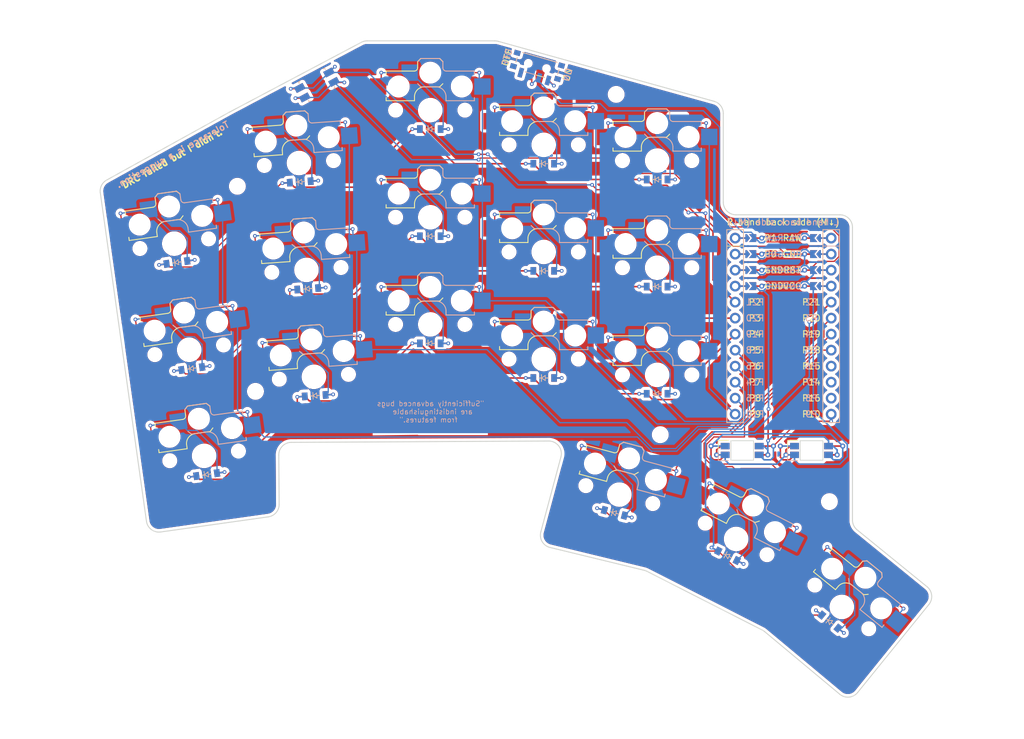
<source format=kicad_pcb>
(kicad_pcb (version 20241229) (generator "pcbnew") (generator_version "9.0")
  (title_block (title "half") (date "2025-11-23") (rev "v1.0.0") (company "Unknown"))
  (layers (0 "F.Cu" signal) (2 "B.Cu" signal) (13 "F.Paste" user) (15 "B.Paste" user) (5 "F.SilkS" user "F.Silkscreen") (7 "B.SilkS" user "B.Silkscreen") (1 "F.Mask" user) (3 "B.Mask" user) (25 "Edge.Cuts" user))
  (net 0 "")
  (net 1 "P5")
  (net 2 "pinky_bottom")
  (net 3 "GND")
  (net 4 "pinky_home")
  (net 5 "pinky_top")
  (net 6 "P6")
  (net 7 "ring_bottom")
  (net 8 "ring_home")
  (net 9 "ring_top")
  (net 10 "P7")
  (net 11 "middle_bottom")
  (net 12 "middle_home")
  (net 13 "middle_top")
  (net 14 "P8")
  (net 15 "index_bottom")
  (net 16 "index_home")
  (net 17 "index_top")
  (net 18 "P9")
  (net 19 "inner_bottom")
  (net 20 "inner_home")
  (net 21 "inner_top")
  (net 22 "P20")
  (net 23 "left_cluster")
  (net 24 "P19")
  (net 25 "mid_cluster")
  (net 26 "P18")
  (net 27 "right_cluster")
  (net 28 "P4")
  (net 29 "P3")
  (net 30 "P2")
  (net 31 "P21")
  (net 32 "RAW")
  (net 33 "RST")
  (net 34 "VCC")
  (net 35 "P15")
  (net 36 "P14")
  (net 37 "P16")
  (net 38 "P10")
  (net 39 "P1")
  (net 40 "P0")
  (net 41 "MCU1_24")
  (net 42 "MCU1_1")
  (net 43 "MCU1_23")
  (net 44 "MCU1_2")
  (net 45 "MCU1_22")
  (net 46 "MCU1_3")
  (net 47 "MCU1_21")
  (net 48 "MCU1_4")
  (net 49 "BAT+")
  (net 50 "LED_1_DOUT")
  (net 51 "Final")
  (footprint "ceoloide:diode_tht_sod123" (layer "F.Cu") (at 95.685634 69.30169 8)
    (property "Reference" "D3" (hide yes))
    (property "Value" "")
  )
  (footprint "ceoloide:reset_switch_smd_side" (layer "F.Cu") (at 117.888784 41.144709 28)
    (property "Reference" "RST1" (hide yes))
    (property "Value" "")
  )
  (footprint "ceoloide:led_SK6812mini-e (underglow, reversible)" (layer "F.Cu") (at 185.388784 99.144709)
    (property "Reference" "LED1" (hide yes))
    (property "Value" "")
    (fp_rect (start -1.8 -1.55) (end 1.8 1.55) (stroke (width 0.12)) (fill no) (layer "Edge.Cuts"))
  )
  (footprint "ceoloide:mounting_hole_npth" (layer "F.Cu") (at 199.223632 107.257264 -27)
    (property "Reference" "MH5" (hide yes))
    (property "Value" "")
  )
  (footprint "ceoloide:diode_tht_sod123" (layer "F.Cu") (at 183.058206 115.855462 -27)
    (property "Reference" "D17" (hide yes))
    (property "Value" "")
  )
  (footprint "ceoloide:diode_tht_sod123" (layer "F.Cu") (at 100.417519 102.970804 8)
    (property "Reference" "D1" (hide yes))
    (property "Value" "")
  )
  (footprint "ceoloide:diode_tht_sod123" (layer "F.Cu") (at 115.260912 56.528545 4)
    (property "Reference" "D6" (hide yes))
    (property "Value" "")
  )
  (footprint "ceoloide:diode_tht_sod123" (layer "F.Cu") (at 135.888784 82.144709)
    (property "Reference" "D7" (hide yes))
    (property "Value" "")
  )
  (footprint "ceoloide:diode_tht_sod123" (layer "F.Cu") (at 117.632632 90.445723 4)
    (property "Reference" "D4" (hide yes))
    (property "Value" "")
  )
  (footprint "ceoloide:mcu_supermini_nrf52840" (layer "F.Cu") (at 191.888784 78.144709)
    (property "Reference" "MCU1" (hide yes))
    (property "Value" "")
  )
  (footprint "ceoloide:diode_tht_sod123" (layer "F.Cu") (at 135.888784 48.144709)
    (property "Reference" "D9" (hide yes))
    (property "Value" "")
  )
  (footprint "ceoloide:diode_tht_sod123" (layer "F.Cu") (at 153.888784 70.644709)
    (property "Reference" "D11" (hide yes))
    (property "Value" "")
  )
  (footprint "ceoloide:diode_tht_sod123" (layer "F.Cu") (at 135.888784 65.144709)
    (property "Reference" "D8" (hide yes))
    (property "Value" "")
  )
  (footprint "ceoloide:diode_tht_sod123" (layer "F.Cu") (at 171.888784 56.144709)
    (property "Reference" "D15" (hide yes))
    (property "Value" "")
  )
  (footprint "ceoloide:diode_tht_sod123" (layer "F.Cu") (at 116.446772 73.487134 4)
    (property "Reference" "D5" (hide yes))
    (property "Value" "")
  )
  (footprint "ceoloide:diode_tht_sod123" (layer "F.Cu") (at 165.112327 109.042487 -15)
    (property "Reference" "D16" (hide yes))
    (property "Value" "")
  )
  (footprint "ceoloide:mounting_hole_npth" (layer "F.Cu") (at 105.285271 57.22611 4)
    (property "Reference" "MH1" (hide yes))
    (property "Value" "")
  )
  (footprint "ceoloide:diode_tht_sod123" (layer "F.Cu") (at 171.888784 90.144709)
    (property "Reference" "D13" (hide yes))
    (property "Value" "")
  )
  (footprint "ceoloide:mounting_hole_npth" (layer "F.Cu") (at 165.388784 42.644709)
    (property "Reference" "MH2" (hide yes))
    (property "Value" "")
  )
  (footprint "ceoloide:diode_tht_sod123" (layer "F.Cu") (at 153.888784 53.644709)
    (property "Reference" "D12" (hide yes))
    (property "Value" "")
  )
  (footprint "ceoloide:diode_tht_sod123" (layer "F.Cu") (at 153.888784 87.644709)
    (property "Reference" "D10" (hide yes))
    (property "Value" "")
  )
  (footprint "ceoloide:diode_tht_sod123" (layer "F.Cu") (at 171.888784 73.144709)
    (property "Reference" "D14" (hide yes))
    (property "Value" "")
  )
  (footprint "ceoloide:power_switch_smd_side" (layer "F.Cu") (at 152.888784 38.144709 74)
    (property "Reference" "PWR1" (hide yes))
    (property "Value" "")
  )
  (footprint "ceoloide:mounting_hole_npth" (layer "F.Cu") (at 108.154989 89.765443 8)
    (property "Reference" "MH3" (hide yes))
    (property "Value" "")
  )
  (footprint "ceoloide:diode_tht_sod123" (layer "F.Cu") (at 199.301312 126.299887 -39)
    (property "Reference" "D18" (hide yes))
    (property "Value" "")
  )
  (footprint "ceoloide:diode_tht_sod123" (layer "F.Cu") (at 98.051577 86.136247 8)
    (property "Reference" "D2" (hide yes))
    (property "Value" "")
  )
  (footprint "ceoloide:led_SK6812mini-e (underglow, reversible)" (layer "F.Cu") (at 196.388784 99.144709)
    (property "Reference" "LED2" (hide yes))
    (property "Value" "")
    (fp_rect (start -1.8 -1.55) (end 1.8 1.55) (stroke (width 0.12)) (fill no) (layer "Edge.Cuts"))
  )
  (footprint "ceoloide:mounting_hole_npth" (layer "F.Cu") (at 172.388784 96.644709)
    (property "Reference" "MH4" (hide yes))
    (property "Value" "")
  )
  (footprint "ceoloide:switch_choc_v1_v2" (layer "B.Cu") (at 100 100 8)
    (property "Reference" "S1" (hide yes))
    (property "Value" "")
  )
  (footprint "ceoloide:switch_choc_v1_v2" (layer "B.Cu") (at 95.268115 66.330886 8)
    (property "Reference" "S3" (hide yes))
    (property "Value" "")
  )
  (footprint "ceoloide:switch_choc_v1_v2" (layer "B.Cu") (at 171.888784 87.144709)
    (property "Reference" "S13" (hide yes))
    (property "Value" "")
  )
  (footprint "ceoloide:switch_choc_v1_v2" (layer "B.Cu") (at 171.888784 53.144709)
    (property "Reference" "S15" (hide yes))
    (property "Value" "")
  )
  (footprint "ceoloide:switch_choc_v1_v2" (layer "B.Cu") (at 201.189273 123.968449 -39)
    (property "Reference" "S18" (hide yes))
    (property "Value" "")
  )
  (footprint "ceoloide:switch_choc_v1_v2" (layer "B.Cu") (at 153.888784 50.644709)
    (property "Reference" "S12" (hide yes))
    (property "Value" "")
  )
  (footprint "ceoloide:switch_choc_v1_v2" (layer "B.Cu") (at 115.051642 53.535853 4)
    (property "Reference" "S6" (hide yes))
    (property "Value" "")
  )
  (footprint "ceoloide:switch_choc_v1_v2" (layer "B.Cu") (at 135.888784 62.144709)
    (property "Reference" "S8" (hide yes))
    (property "Value" "")
  )
  (footprint "ceoloide:switch_choc_v1_v2" (layer "B.Cu") (at 153.888784 84.644709)
    (property "Reference" "S10" (hide yes))
    (property "Value" "")
  )
  (footprint "ceoloide:switch_choc_v1_v2" (layer "B.Cu") (at 97.634057 83.165443 8)
    (property "Reference" "S2" (hide yes))
    (property "Value" "")
  )
  (footprint "ceoloide:switch_choc_v1_v2" (layer "B.Cu") (at 153.888784 67.644709)
    (property "Reference" "S11" (hide yes))
    (property "Value" "")
  )
  (footprint "ceoloide:switch_choc_v1_v2" (layer "B.Cu") (at 171.888784 70.144709)
    (property "Reference" "S14" (hide yes))
    (property "Value" "")
  )
  (footprint "ceoloide:switch_choc_v1_v2" (layer "B.Cu") (at 135.888784 45.144709)
    (property "Reference" "S9" (hide yes))
    (property "Value" "")
  )
  (footprint "ceoloide:switch_choc_v1_v2" (layer "B.Cu") (at 184.420178 113.182442 -27)
    (property "Reference" "S17" (hide yes))
    (property "Value" "")
  )
  (footprint "ceoloide:switch_choc_v1_v2" (layer "B.Cu") (at 165.888784 106.144709 -15)
    (property "Reference" "S16" (hide yes))
    (property "Value" "")
  )
  (footprint "ceoloide:switch_choc_v1_v2" (layer "B.Cu") (at 117.423362 87.45303 4)
    (property "Reference" "S4" (hide yes))
    (property "Value" "")
  )
  (footprint "ceoloide:switch_choc_v1_v2" (layer "B.Cu") (at 116.237502 70.494442 4)
    (property "Reference" "S5" (hide yes))
    (property "Value" "")
  )
  (footprint "ceoloide:switch_choc_v1_v2" (layer "B.Cu") (at 135.888784 79.144709)
    (property "Reference" "S7" (hide yes))
    (property "Value" "")
  )
  (gr_arc (start 203.70345 137.548364) (mid 202.344076 138.280165) (end 200.868541 137.825959) (stroke (width 0.15)) (layer "Edge.Cuts"))
  (gr_line (start 200.868541 137.825959) (end 188.954368 127.894226) (stroke (width 0.15)) (layer "Edge.Cuts"))
  (gr_line (start 84.543249 56.233263) (end 103.947319 45.498608) (stroke (width 0.15)) (layer "Edge.Cuts"))
  (gr_arc (start 124.949705 34.377207) (mid 125.403439 34.203707) (end 125.885619 34.144709) (stroke (width 0.15)) (layer "Edge.Cuts"))
  (gr_line (start 184.388784 61.744709) (end 200.888784 61.744709) (stroke (width 0.15)) (layer "Edge.Cuts"))
  (gr_arc (start 184.388784 61.744709) (mid 182.974578 61.158917) (end 182.388784 59.744709) (stroke (width 0.15)) (layer "Edge.Cuts"))
  (gr_line (start 188.581733 127.648449) (end 170.279546 118.323019) (stroke (width 0.15)) (layer "Edge.Cuts"))
  (gr_line (start 110.193118 109.675554) (end 93.113625 112.07592) (stroke (width 0.15)) (layer "Edge.Cuts"))
  (gr_line (start 202.888784 63.744709) (end 202.888784 110.19328) (stroke (width 0.15)) (layer "Edge.Cuts"))
  (gr_line (start 111.852307 99.873662) (end 111.914707 107.679029) (stroke (width 0.15)) (layer "Edge.Cuts"))
  (gr_arc (start 93.113626 112.07592) (mid 91.631667 111.692645) (end 90.854743 110.37373) (stroke (width 0.15)) (layer "Edge.Cuts"))
  (gr_arc (start 154.890179 114.535056) (mid 153.641592 113.611993) (end 153.4297 112.07376) (stroke (width 0.15)) (layer "Edge.Cuts"))
  (gr_line (start 83.530869 58.261658) (end 90.854743 110.37373) (stroke (width 0.15)) (layer "Edge.Cuts"))
  (gr_arc (start 154.678972 97.645191) (mid 156.272947 98.423511) (end 156.621231 100.162802) (stroke (width 0.15)) (layer "Edge.Cuts"))
  (gr_arc (start 203.626951 111.744981) (mid 203.082741 111.052443) (end 202.888784 110.19328) (stroke (width 0.15)) (layer "Edge.Cuts"))
  (gr_arc (start 146.116167 34.144709) (mid 146.386287 34.16303) (end 146.651455 34.217673) (stroke (width 0.15)) (layer "Edge.Cuts"))
  (gr_line (start 154.678972 97.645191) (end 113.841835 97.8577) (stroke (width 0.15)) (layer "Edge.Cuts"))
  (gr_arc (start 111.914707 107.679029) (mid 111.429414 109.001073) (end 110.193118 109.675554) (stroke (width 0.15)) (layer "Edge.Cuts"))
  (gr_arc (start 83.530869 58.261658) (mid 83.721905 57.090164) (end 84.543249 56.233263) (stroke (width 0.15)) (layer "Edge.Cuts"))
  (gr_arc (start 200.888784 61.744709) (mid 202.303005 62.33049) (end 202.888784 63.744709) (stroke (width 0.15)) (layer "Edge.Cuts"))
  (gr_line (start 169.842938 118.161374) (end 154.890179 114.535056) (stroke (width 0.15)) (layer "Edge.Cuts"))
  (gr_line (start 103.979561 45.481155) (end 124.949705 34.377207) (stroke (width 0.15)) (layer "Edge.Cuts"))
  (gr_line (start 153.4297 112.07376) (end 156.621231 100.162802) (stroke (width 0.15)) (layer "Edge.Cuts"))
  (gr_arc (start 103.947319 45.498608) (mid 103.9634 45.489807) (end 103.979561 45.481155) (stroke (width 0.15)) (layer "Edge.Cuts"))
  (gr_line (start 125.885619 34.144709) (end 146.116167 34.144709) (stroke (width 0.15)) (layer "Edge.Cuts"))
  (gr_arc (start 111.852307 99.873662) (mid 112.42874 98.452856) (end 113.841835 97.8577) (stroke (width 0.15)) (layer "Edge.Cuts"))
  (gr_arc (start 169.842938 118.161374) (mid 170.065964 118.229443) (end 170.279546 118.323019) (stroke (width 0.15)) (layer "Edge.Cuts"))
  (gr_line (start 182.388784 45.66488) (end 182.388784 59.744709) (stroke (width 0.15)) (layer "Edge.Cuts"))
  (gr_line (start 146.651455 34.217673) (end 180.924072 43.737845) (stroke (width 0.15)) (layer "Edge.Cuts"))
  (gr_arc (start 188.581733 127.648449) (mid 188.774927 127.760911) (end 188.954368 127.894226) (stroke (width 0.15)) (layer "Edge.Cuts"))
  (gr_line (start 215.015773 123.578808) (end 203.70345 137.548364) (stroke (width 0.15)) (layer "Edge.Cuts"))
  (gr_arc (start 214.723314 120.768465) (mid 215.450769 122.113161) (end 215.015773 123.578808) (stroke (width 0.15)) (layer "Edge.Cuts"))
  (gr_line (start 203.626951 111.744981) (end 214.723314 120.768465) (stroke (width 0.15)) (layer "Edge.Cuts"))
  (gr_arc (start 180.924072 43.737845) (mid 181.981058 44.454622) (end 182.388784 45.66488) (stroke (width 0.15)) (layer "Edge.Cuts"))
  (gr_text "Yari" (at 127 93.75 0) (layer "F.Cu") (effects (font (size 4 4) (thickness 0.8) (bold yes)) (justify left bottom)))
  (gr_text "ver 1.0.0" (at 134.25 96.25 0) (layer "F.Cu") (effects (font (size 1.5 1.5) (thickness 0.3) (bold yes)) (justify left bottom)))
  (gr_text "DRC failed but I didn't." (at 87.25 57.75 29) (layer "F.SilkS") (effects (font (size 1 1) (thickness 0.25) (bold yes)) (justify left bottom)))
  (gr_text "{dblquote}Sufficiently advanced bugs\n   are indistinguishable \n	  from features.{dblquote}" (at 144.5 94.75 0) (layer "B.SilkS") (effects (font (size 0.8 0.8) (thickness 0.1)) (justify left bottom mirror)))
  (gr_text "Tolerance is a suggestion." (at 104.25 47.75 29) (layer "B.SilkS") (effects (font (size 1 1) (thickness 0.2) (bold yes)) (justify left bottom mirror)))
  (segment (start 102.415048 93.652113) (end 106.871254 93.025834) (width 0.2) (layer "F.Cu") (net 1))
  (segment (start 100.049105 76.817556) (end 104.505312 76.191277) (width 0.2) (layer "F.Cu") (net 1))
  (segment (start 97.683163 59.982999) (end 102.139369 59.35672) (width 0.2) (layer "F.Cu") (net 1))
  (via (at 104.505312 76.191277) (size 0.6) (drill 0.3) (layers "F.Cu" "B.Cu") (net 1))
  (via (at 106.871254 93.025834) (size 0.6) (drill 0.3) (layers "F.Cu" "B.Cu") (net 1))
  (via (at 102.139369 59.35672) (size 0.6) (drill 0.3) (layers "F.Cu" "B.Cu") (net 1))
  (segment (start 185.25 95.75) (end 178.5 95.75) (width 0.2) (layer "B.Cu") (net 1))
  (segment (start 102.940684 61.465723) (end 102.940684 75.934338) (width 0.2) (layer "B.Cu") (net 1))
  (segment (start 186.75 94.25) (end 185.25 95.75) (width 0.2) (layer "B.Cu") (net 1))
  (segment (start 168.75 97) (end 109.537732 97) (width 0.2) (layer "B.Cu") (net 1))
  (segment (start 105.306626 78.30028) (end 105.306626 92.768894) (width 0.2) (layer "B.Cu") (net 1))
  (segment (start 109.537732 97) (end 107.672569 95.134837) (width 0.2) (layer "B.Cu") (net 1))
  (segment (start 186.75 85.705925) (end 186.647038 85.602962) (width 0.2) (layer "B.Cu") (net 1))
  (segment (start 178.5 95.75) (end 175 99.25) (width 0.2) (layer "B.Cu") (net 1))
  (segment (start 104.811492 78.369867) (end 104.505312 76.191277) (width 0.2) (layer "B.Cu") (net 1))
  (segment (start 102.940684 75.934338) (end 105.306626 78.30028) (width 0.2) (layer "B.Cu") (net 1))
  (segment (start 186.647038 85.602962) (end 186.75 85.705924) (width 0.2) (layer "B.Cu") (net 1))
  (segment (start 175 99.25) (end 171 99.25) (width 0.2) (layer "B.Cu") (net 1))
  (segment (start 102.44555 61.535309) (end 102.139369 59.35672) (width 0.2) (layer "B.Cu") (net 1))
  (segment (start 186.647038 85.602962) (end 184.268784 83.224709) (width 0.2) (layer "B.Cu") (net 1))
  (segment (start 105.306626 92.768894) (end 107.672569 95.134837) (width 0.2) (layer "B.Cu") (net 1))
  (segment (start 107.177435 95.204424) (end 106.871254 93.025834) (width 0.2) (layer "B.Cu") (net 1))
  (segment (start 186.75 85.705924) (end 186.75 94.25) (width 0.2) (layer "B.Cu") (net 1))
  (segment (start 171 99.25) (end 168.75 97) (width 0.2) (layer "B.Cu") (net 1))
  (segment (start 91.778767 97.368566) (end 91.472586 95.189976) (width 0.2) (layer "F.Cu") (net 2))
  (segment (start 102.051462 102.741169) (end 103.239783 102.574161) (width 0.25) (layer "F.Cu") (net 2))
  (via (at 103.239783 102.574161) (size 0.6) (drill 0.3) (layers "F.Cu" "B.Cu") (net 2))
  (via (at 91.472586 95.189976) (size 0.6) (drill 0.3) (layers "F.Cu" "B.Cu") (net 2))
  (segment (start 95.928792 94.563697) (end 91.472586 95.189976) (width 0.2) (layer "B.Cu") (net 2))
  (segment (start 95.928792 94.563697) (end 97.324 95.958905) (width 0.2) (layer "B.Cu") (net 2))
  (segment (start 102.051461 99.150909) (end 102.051461 102.741168) (width 0.2) (layer "B.Cu") (net 2))
  (segment (start 103.239783 102.574161) (end 102.051462 102.741169) (width 0.25) (layer "B.Cu") (net 2))
  (segment (start 98.859457 95.958905) (end 102.051461 99.150909) (width 0.2) (layer "B.Cu") (net 2))
  (segment (start 97.324 95.958905) (end 98.859457 95.958905) (width 0.2) (layer "B.Cu") (net 2))
  (segment (start 181.328784 99.038793) (end 181.328784 99.844709) (width 0.25) (layer "F.Cu") (net 3))
  (segment (start 192.988784 98.444709) (end 192.328784 99.038793) (width 0.25) (layer "F.Cu") (net 3))
  (segment (start 196.663784 67.984709) (end 195.288784 67.984709) (width 0.25) (layer "F.Cu") (net 3))
  (segment (start 191 66.75) (end 192.234709 67.984709) (width 0.2) (layer "F.Cu") (net 3))
  (segment (start 115.048562 41.75) (end 115.171996 41.626566) (width 0.2) (layer "F.Cu") (net 3))
  (segment (start 120.719312 38.25) (end 119.807471 39.161841) (width 0.2) (layer "F.Cu") (net 3))
  (segment (start 187.113784 70.524709) (end 188.488784 70.524709) (width 0.25) (layer "F.Cu") (net 3))
  (segment (start 120.75 38.25) (end 120.719312 38.25) (width 0.2) (layer "F.Cu") (net 3))
  (segment (start 182.688784 98.444709) (end 181.988784 98.444709) (width 0.25) (layer "F.Cu") (net 3))
  (segment (start 113.75 41.75) (end 115.048562 41.75) (width 0.2) (layer "F.Cu") (net 3))
  (segment (start 193.688784 98.444709) (end 192.988784 98.444709) (width 0.25) (layer "F.Cu") (net 3))
  (segment (start 173.235244 57.764756) (end 176.860243 61.389755) (width 0.2) (layer "F.Cu") (net 3))
  (segment (start 179.563784 61.5) (end 179.563784 62.367469) (width 0.2) (layer "F.Cu") (net 3))
  (segment (start 144.995577 52.148132) (end 145 52.143709) (width 0.2) (layer "F.Cu") (net 3))
  (segment (start 183.946315 66.75) (end 191 66.75) (width 0.2) (layer "F.Cu") (net 3))
  (segment (start 143.563784 52.148132) (end 144.995577 52.148132) (width 0.2) (layer "F.Cu") (net 3))
  (segment (start 187.113784 73.064709) (end 188.488784 73.064709) (width 0.25) (layer "F.Cu") (net 3))
  (segment (start 192.328784 99.038793) (end 192.328784 99.844709) (width 0.25) (layer "F.Cu") (net 3))
  (segment (start 181.988784 98.444709) (end 181.328784 99.038793) (width 0.25) (layer "F.Cu") (net 3))
  (segment (start 161.563784 57) (end 162.32854 57.764756) (width 0.2) (layer "F.Cu") (net 3))
  (segment (start 162.32854 57.764756) (end 173.235244 57.764756) (width 0.2) (layer "F.Cu") (net 3))
  (segment (start 176.860243 61.389755) (end 176.860244 61.389755) (width 0.2) (layer "F.Cu") (net 3))
  (segment (start 179.563784 62.367469) (end 183.946315 66.75) (width 0.2) (layer "F.Cu") (net 3))
  (segment (start 192.234709 67.984709) (end 196.663784 67.984709) (width 0.2) (layer "F.Cu") (net 3))
  (via (at 120.75 38.25) (size 0.6) (drill 0.3) (layers "F.Cu" "B.Cu") (net 3))
  (via (at 145 52.143709) (size 0.6) (drill 0.3) (layers "F.Cu" "B.Cu") (net 3))
  (via (at 181.328784 99.844709) (size 0.8) (drill 0.4) (layers "F.Cu" "B.Cu") (net 3))
  (via (at 176.860244 61.389755) (size 0.6) (drill 0.3) (layers "F.Cu" "B.Cu") (net 3))
  (via (at 113.75 41.75) (size 0.6) (drill 0.3) (layers "F.Cu" "B.Cu") (net 3))
  (via (at 192.328784 99.844709) (size 0.8) (drill 0.4) (layers "F.Cu" "B.Cu") (net 3))
  (via (at 179.563784 61.5) (size 0.6) (drill 0.3) (layers "F.Cu" "B.Cu") (net 3))
  (via (at 161.563784 57) (size 0.6) (drill 0.3) (layers "F.Cu" "B.Cu") (net 3))
  (via (at 143.563784 52.148132) (size 0.6) (drill 0.3) (layers "F.Cu" "B.Cu") (net 3))
  (segment (start 113.873434 41.626566) (end 113.75 41.75) (width 0.2) (layer "B.Cu") (net 3))
  (segment (start 119.807471 39.161841) (end 126.038207 39.161841) (width 0.2) (layer "B.Cu") (net 3))
  (segment (start 196.663784 92.742989) (end 202.064784 98.143989) (width 0.25) (layer "B.Cu") (net 3))
  (segment (start 194.988479 69.799709) (end 194.483479 70.304709) (width 0.25) (layer "B.Cu") (net 3))
  (segment (start 149.856291 57) (end 161.563784 57) (width 0.2) (layer "B.Cu") (net 3))
  (segment (start 187.113784 67.984709) (end 187.463479 67.984709) (width 0.25) (layer "B.Cu") (net 3))
  (segment (start 189.284089 68.214709) (end 195.058784 68.214709) (width 0.25) (layer "B.Cu") (net 3))
  (segment (start 117.342746 41.626566) (end 119.807471 39.161841) (width 0.2) (layer "B.Cu") (net 3))
  (segment (start 139.890207 52.148132) (end 143.563784 52.148132) (width 0.2) (layer "B.Cu") (net 3))
  (segment (start 145 52.143709) (end 149.856291 57) (width 0.2) (layer "B.Cu") (net 3))
  (segment (start 195.589089 69.799709) (end 194.988479 69.799709) (width 0.25) (layer "B.Cu") (net 3))
  (segment (start 194.483479 72.844709) (end 188.708784 72.844709) (width 0.25) (layer "B.Cu") (net 3))
  (segment (start 194.483479 70.304709) (end 188.708784 70.304709) (width 0.25) (layer "B.Cu") (net 3))
  (segment (start 195.288784 67.984709) (end 195.288784 69.499404) (width 0.25) (layer "B.Cu") (net 3))
  (segment (start 196.663784 73.064709) (end 196.314089 73.064709) (width 0.25) (layer "B.Cu") (net 3))
  (segment (start 196.663784 70.524709) (end 196.663784 71.265014) (width 0.25) (layer "B.Cu") (net 3))
  (segment (start 193.688784 99.844709) (end 192.328784 99.844709) (width 0.25) (layer "B.Cu") (net 3))
  (segment (start 187.463479 67.984709) (end 188.188479 68.709709) (width 0.25) (layer "B.Cu") (net 3))
  (segment (start 179.25 61.5) (end 179.563784 61.5) (width 0.2) (layer "B.Cu") (net 3))
  (segment (start 190.852784 101.320709) (end 183.329486 101.320709) (width 0.25) (layer "B.Cu") (net 3))
  (segment (start 115.171996 41.626566) (end 113.873434 41.626566) (width 0.2) (layer "B.Cu") (net 3))
  (segment (start 119.838159 39.161841) (end 120.75 38.25) (width 0.2) (layer "B.Cu") (net 3))
  (segment (start 202.064784 98.143989) (end 202.064784 100.119271) (width 0.25) (layer "B.Cu") (net 3))
  (segment (start 176.860244 61.389755) (end 179 61.389755) (width 0.2) (layer "B.Cu") (net 3))
  (segment (start 196.314089 70.524709) (end 195.589089 69.799709) (width 0.25) (layer "B.Cu") (net 3))
  (segment (start 196.663784 71.265014) (end 195.589089 72.339709) (width 0.25) (layer "B.Cu") (net 3))
  (segment (start 183.329486 101.320709) (end 182.688784 100.680007) (width 0.25) (layer "B.Cu") (net 3))
  (segment (start 182.688784 100.680007) (end 182.688784 99.844709) (width 0.25) (layer "B.Cu") (net 3))
  (segment (start 179 61.389755) (end 179.139755 61.389755) (width 0.2) (layer "B.Cu") (net 3))
  (segment (start 196.663784 70.524709) (end 196.314089 70.524709) (width 0.25) (layer "B.Cu") (net 3))
  (segment (start 200.863346 101.320709) (end 194.329486 101.320709) (width 0.25) (layer "B.Cu") (net 3))
  (segment (start 131.585784 43.843709) (end 139.890207 52.148132) (width 0.2) (layer "B.Cu") (net 3))
  (segment (start 202.064784 100.119271) (end 200.863346 101.320709) (width 0.25) (layer "B.Cu") (net 3))
  (segment (start 115.171996 41.626566) (end 117.342746 41.626566) (width 0.2) (layer "B.Cu") (net 3))
  (segment (start 182.688784 99.844709) (end 181.328784 99.844709) (width 0.25) (layer "B.Cu") (net 3))
  (segment (start 130.720075 43.843709) (end 131.585784 43.843709) (width 0.2) (layer "B.Cu") (net 3))
  (segment (start 194.988479 72.339709) (end 194.483479 72.844709) (width 0.25) (layer "B.Cu") (net 3))
  (segment (start 194.329486 101.320709) (end 193.688784 100.680007) (width 0.25) (layer "B.Cu") (net 3))
  (segment (start 193.688784 100.680007) (end 193.688784 99.844709) (width 0.25) (layer "B.Cu") (net 3))
  (segment (start 188.188479 68.709709) (end 188.789089 68.709709) (width 0.25) (layer "B.Cu") (net 3))
  (segment (start 192.328784 99.844709) (end 190.852784 101.320709) (width 0.25) (layer "B.Cu") (net 3))
  (segment (start 188.789089 68.709709) (end 189.284089 68.214709) (width 0.25) (layer "B.Cu") (net 3))
  (segment (start 196.663784 73.064709) (end 196.663784 92.742989) (width 0.25) (layer "B.Cu") (net 3))
  (segment (start 119.807471 39.161841) (end 119.838159 39.161841) (width 0.2) (layer "B.Cu") (net 3))
  (segment (start 179.139755 61.389755) (end 179.25 61.5) (width 0.2) (layer "B.Cu") (net 3))
  (segment (start 196.314089 73.064709) (end 195.589089 72.339709) (width 0.25) (layer "B.Cu") (net 3))
  (segment (start 195.288784 69.499404) (end 194.988479 69.799709) (width 0.25) (layer "B.Cu") (net 3))
  (segment (start 126.038207 39.161841) (end 130.720075 43.843709) (width 0.2) (layer "B.Cu") (net 3))
  (segment (start 195.589089 72.339709) (end 194.988479 72.339709) (width 0.25) (layer "B.Cu") (net 3))
  (segment (start 99.685519 85.906611) (end 100.873841 85.739604) (width 0.25) (layer "F.Cu") (net 4))
  (segment (start 89.412824 80.534008) (end 89.106643 78.355419) (width 0.2) (layer "F.Cu") (net 4))
  (via (at 100.873841 85.739604) (size 0.6) (drill 0.3) (layers "F.Cu" "B.Cu") (net 4))
  (via (at 89.106643 78.355419) (size 0.6) (drill 0.3) (layers "F.Cu" "B.Cu") (net 4))
  (segment (start 99.685519 82.316353) (end 99.685519 85.906611) (width 0.2) (layer "B.Cu") (net 4))
  (segment (start 100.873841 85.739604) (end 99.685519 85.906611) (width 0.25) (layer "B.Cu") (net 4))
  (segment (start 96.948152 81.114443) (end 98.483609 81.114443) (width 0.2) (layer "B.Cu") (net 4))
  (segment (start 93.562849 77.72914) (end 89.106643 78.355419) (width 0.2) (layer "B.Cu") (net 4))
  (segment (start 98.483609 81.114443) (end 99.685519 82.316353) (width 0.2) (layer "B.Cu") (net 4))
  (segment (start 93.562849 77.72914) (end 96.948152 81.114443) (width 0.2) (layer "B.Cu") (net 4))
  (segment (start 87.046881 63.699451) (end 86.7407 61.520861) (width 0.2) (layer "F.Cu") (net 5))
  (segment (start 97.319576 69.072054) (end 98.507898 68.905047) (width 0.25) (layer "F.Cu") (net 5))
  (via (at 86.7407 61.520861) (size 0.6) (drill 0.3) (layers "F.Cu" "B.Cu") (net 5))
  (via (at 98.507898 68.905047) (size 0.6) (drill 0.3) (layers "F.Cu" "B.Cu") (net 5))
  (segment (start 98.507898 68.905047) (end 97.319576 69.072054) (width 0.25) (layer "B.Cu") (net 5))
  (segment (start 91.196907 60.894582) (end 86.7407 61.520861) (width 0.2) (layer "B.Cu") (net 5))
  (segment (start 94.58221 64.279886) (end 96.117667 64.279886) (width 0.2) (layer "B.Cu") (net 5))
  (segment (start 91.196907 60.894583) (end 94.58221 64.279886) (width 0.2) (layer "B.Cu") (net 5))
  (segment (start 97.319576 65.481795) (end 97.319576 69.072054) (width 0.2) (layer "B.Cu") (net 5))
  (segment (start 96.117667 64.279886) (end 97.319576 65.481795) (width 0.2) (layer "B.Cu") (net 5))
  (segment (start 119.089473 64.330483) (end 123.578512 64.016579) (width 0.2) (layer "F.Cu") (net 6))
  (segment (start 117.903613 47.371894) (end 122.392652 47.05799) (width 0.2) (layer "F.Cu") (net 6))
  (segment (start 120.275334 81.289072) (end 124.764372 80.975168) (width 0.2) (layer "F.Cu") (net 6))
  (via (at 123.578512 64.016579) (size 0.6) (drill 0.3) (layers "F.Cu" "B.Cu") (net 6))
  (via (at 124.764372 80.975168) (size 0.6) (drill 0.3) (layers "F.Cu" "B.Cu") (net 6))
  (via (at 122.392652 47.05799) (size 0.6) (drill 0.3) (layers "F.Cu" "B.Cu") (net 6))
  (segment (start 124.917836 83.169809) (end 124.764372 80.975168) (width 0.2) (layer "B.Cu") (net 6))
  (segment (start 144.88493 83.13493) (end 125.416618 83.13493) (width 0.2) (layer "B.Cu") (net 6))
  (segment (start 122.546116 49.252631) (end 122.392652 47.05799) (width 0.2) (layer "B.Cu") (net 6))
  (segment (start 185.077744 95.337709) (end 178.345191 95.337709) (width 0.2) (layer "B.Cu") (net 6))
  (segment (start 123.731976 66.21122) (end 123.578512 64.016579) (width 0.2) (layer "B.Cu") (net 6))
  (segment (start 184.268784 85.764709) (end 186.349 87.844925) (width 0.2) (layer "B.Cu") (net 6))
  (segment (start 174.8339 98.849) (end 171.1661 98.849) (width 0.2) (layer "B.Cu") (net 6))
  (segment (start 178.345191 95.337709) (end 174.8339 98.849) (width 0.2) (layer "B.Cu") (net 6))
  (segment (start 171.1661 98.849) (end 167.050937 94.733837) (width 0.2) (layer "B.Cu") (net 6))
  (segment (start 123.044898 64.990482) (end 124.230758 66.176342) (width 0.2) (layer "B.Cu") (net 6))
  (segment (start 123.044898 49.217753) (end 123.044898 64.990482) (width 0.2) (layer "B.Cu") (net 6))
  (segment (start 186.349 94.066453) (end 185.077744 95.337709) (width 0.2) (layer "B.Cu") (net 6))
  (segment (start 167.050937 94.733837) (end 156.483837 94.733837) (width 0.2) (layer "B.Cu") (net 6))
  (segment (start 186.349 87.844925) (end 186.349 94.066453) (width 0.2) (layer "B.Cu") (net 6))
  (segment (start 124.230758 66.176342) (end 124.230758 81.94907) (width 0.2) (layer "B.Cu") (net 6))
  (segment (start 156.483837 94.733837) (end 144.88493 83.13493) (width 0.2) (layer "B.Cu") (net 6))
  (segment (start 124.230758 81.94907) (end 125.416618 83.13493) (width 0.2) (layer "B.Cu") (net 6))
  (segment (start 109.405715 84.254522) (end 109.252251 82.059881) (width 0.2) (layer "F.Cu") (net 7))
  (segment (start 119.278612 90.330624) (end 120.475689 90.246917) (width 0.25) (layer "F.Cu") (net 7))
  (via (at 120.475689 90.246917) (size 0.6) (drill 0.3) (layers "F.Cu" "B.Cu") (net 7))
  (via (at 109.252251 82.059881) (size 0.6) (drill 0.3) (layers "F.Cu" "B.Cu") (net 7))
  (segment (start 119.70023 86.829346) (end 119.70023 89.909008) (width 0.2) (layer "B.Cu") (net 7))
  (segment (start 113.741289 81.745976) (end 114.61686 81.745976) (width 0.2) (layer "B.Cu") (net 7))
  (segment (start 114.61686 81.745976) (end 119.70023 86.829346) (width 0.2) (layer "B.Cu") (net 7))
  (segment (start 113.741289 81.745977) (end 109.252251 82.059881) (width 0.2) (layer "B.Cu") (net 7))
  (segment (start 120.475689 90.246917) (end 119.278612 90.330624) (width 0.25) (layer "B.Cu") (net 7))
  (segment (start 119.70023 89.909008) (end 119.278613 90.330625) (width 0.2) (layer "B.Cu") (net 7))
  (segment (start 108.219855 67.295933) (end 108.066391 65.101292) (width 0.2) (layer "F.Cu") (net 8))
  (segment (start 118.092752 73.372036) (end 119.289829 73.288328) (width 0.25) (layer "F.Cu") (net 8))
  (via (at 108.066391 65.101292) (size 0.6) (drill 0.3) (layers "F.Cu" "B.Cu") (net 8))
  (via (at 119.289829 73.288328) (size 0.6) (drill 0.3) (layers "F.Cu" "B.Cu") (net 8))
  (segment (start 118.288502 69.64489) (end 118.288502 73.176287) (width 0.2) (layer "B.Cu") (net 8))
  (segment (start 118.288502 73.176287) (end 118.092753 73.372036) (width 0.2) (layer "B.Cu") (net 8))
  (segment (start 119.289829 73.288328) (end 118.092752 73.372036) (width 0.25) (layer "B.Cu") (net 8))
  (segment (start 112.555429 64.787388) (end 113.431 64.787388) (width 0.2) (layer "B.Cu") (net 8))
  (segment (start 112.555429 64.787388) (end 108.066391 65.101292) (width 0.2) (layer "B.Cu") (net 8))
  (segment (start 113.431 64.787388) (end 118.288502 69.64489) (width 0.2) (layer "B.Cu") (net 8))
  (segment (start 107.033995 50.337344) (end 106.880531 48.142703) (width 0.2) (layer "F.Cu") (net 9))
  (segment (start 116.906892 56.413447) (end 118.103969 56.329739) (width 0.25) (layer "F.Cu") (net 9))
  (via (at 106.880531 48.142703) (size 0.6) (drill 0.3) (layers "F.Cu" "B.Cu") (net 9))
  (via (at 118.103969 56.329739) (size 0.6) (drill 0.3) (layers "F.Cu" "B.Cu") (net 9))
  (segment (start 117.102642 56.217698) (end 116.906893 56.413447) (width 0.2) (layer "B.Cu") (net 9))
  (segment (start 118.103969 56.329739) (end 116.906892 56.413447) (width 0.25) (layer "B.Cu") (net 9))
  (segment (start 111.369569 47.828799) (end 106.880531 48.142703) (width 0.2) (layer "B.Cu") (net 9))
  (segment (start 112.24514 47.828799) (end 117.102642 52.686301) (width 0.2) (layer "B.Cu") (net 9))
  (segment (start 111.369569 47.828799) (end 112.24514 47.828799) (width 0.2) (layer "B.Cu") (net 9))
  (segment (start 117.102642 52.686301) (end 117.102642 56.217698) (width 0.2) (layer "B.Cu") (net 9))
  (segment (start 139.163784 56.194709) (end 143.663784 56.194709) (width 0.2) (layer "F.Cu") (net 10))
  (segment (start 139.163784 39.194709) (end 143.663784 39.194709) (width 0.2) (layer "F.Cu") (net 10))
  (segment (start 139.163784 73.194709) (end 143.663784 73.194709) (width 0.2) (layer "F.Cu") (net 10))
  (via (at 143.663784 73.194709) (size 0.6) (drill 0.3) (layers "F.Cu" "B.Cu") (net 10))
  (via (at 143.663784 56.194709) (size 0.6) (drill 0.3) (layers "F.Cu" "B.Cu") (net 10))
  (via (at 143.663784 39.194709) (size 0.6) (drill 0.3) (layers "F.Cu" "B.Cu") (net 10))
  (segment (start 143.663784 41.394709) (end 143.663784 39.194709) (width 0.2) (layer "B.Cu") (net 10))
  (segment (start 185.820784 89.856709) (end 184.268784 88.304709) (width 0.2) (layer "B.Cu") (net 10))
  (segment (start 157.037784 78.211418) (end 157.037784 81.661418) (width 0.2) (layer "B.Cu") (net 10))
  (segment (start 157.037784 81.661418) (end 158.122075 82.745709) (width 0.2) (layer "B.Cu") (net 10))
  (segment (start 159.655493 82.745709) (end 171.846493 94.936709) (width 0.2) (layer "B.Cu") (net 10))
  (segment (start 171.846493 94.936709) (end 184.911644 94.936709) (width 0.2) (layer "B.Cu") (net 10))
  (segment (start 154.221075 75.394709) (end 157.037784 78.211418) (width 0.2) (layer "B.Cu") (net 10))
  (segment (start 144.163784 41.394709) (end 144.163784 58.394709) (width 0.2) (layer "B.Cu") (net 10))
  (segment (start 143.663784 75.394709) (end 143.663784 73.194709) (width 0.2) (layer "B.Cu") (net 10))
  (segment (start 158.122075 82.745709) (end 159.655493 82.745709) (width 0.2) (layer "B.Cu") (net 10))
  (segment (start 184.911644 94.936709) (end 185.820784 94.027569) (width 0.2) (layer "B.Cu") (net 10))
  (segment (start 185.820784 94.027569) (end 185.820784 89.856709) (width 0.2) (layer "B.Cu") (net 10))
  (segment (start 144.163784 75.394709) (end 154.221075 75.394709) (width 0.2) (layer "B.Cu") (net 10))
  (segment (start 143.663784 58.394709) (end 143.663784 56.194709) (width 0.2) (layer "B.Cu") (net 10))
  (segment (start 144.163784 58.394709) (end 144.163784 75.394709) (width 0.2) (layer "B.Cu") (net 10))
  (segment (start 137.538784 82.144709) (end 138.738784 82.144709) (width 0.25) (layer "F.Cu") (net 11))
  (segment (start 128.113784 75.394709) (end 128.113784 73.194709) (width 0.2) (layer "F.Cu") (net 11))
  (via (at 138.738784 82.144709) (size 0.6) (drill 0.3) (layers "F.Cu" "B.Cu") (net 11))
  (via (at 128.113784 73.194709) (size 0.6) (drill 0.3) (layers "F.Cu" "B.Cu") (net 11))
  (segment (start 132.839336 73.194709) (end 137.939784 78.295157) (width 0.2) (layer "B.Cu") (net 11))
  (segment (start 132.613784 73.194709) (end 128.113784 73.194709) (width 0.2) (layer "B.Cu") (net 11))
  (segment (start 138.738784 82.144709) (end 137.538784 82.144709) (width 0.25) (layer "B.Cu") (net 11))
  (segment (start 137.939784 78.295157) (end 137.939784 81.743709) (width 0.2) (layer "B.Cu") (net 11))
  (segment (start 137.939784 81.743709) (end 137.538784 82.144709) (width 0.2) (layer "B.Cu") (net 11))
  (segment (start 132.613784 73.194709) (end 132.839336 73.194709) (width 0.2) (layer "B.Cu") (net 11))
  (segment (start 137.538784 65.144709) (end 138.738784 65.144709) (width 0.25) (layer "F.Cu") (net 12))
  (segment (start 128.113784 58.394709) (end 128.113784 56.194709) (width 0.2) (layer "F.Cu") (net 12))
  (via (at 138.738784 65.144709) (size 0.6) (drill 0.3) (layers "F.Cu" "B.Cu") (net 12))
  (via (at 128.113784 56.194709) (size 0.6) (drill 0.3) (layers "F.Cu" "B.Cu") (net 12))
  (segment (start 132.839336 56.194709) (end 137.939784 61.295157) (width 0.2) (layer "B.Cu") (net 12))
  (segment (start 132.613784 56.194709) (end 128.113784 56.194709) (width 0.2) (layer "B.Cu") (net 12))
  (segment (start 137.939784 64.743709) (end 137.538784 65.144709) (width 0.2) (layer "B.Cu") (net 12))
  (segment (start 132.613784 56.194709) (end 132.839336 56.194709) (width 0.2) (layer "B.Cu") (net 12))
  (segment (start 138.738784 65.144709) (end 137.538784 65.144709) (width 0.25) (layer "B.Cu") (net 12))
  (segment (start 137.939784 61.295157) (end 137.939784 64.743709) (width 0.2) (layer "B.Cu") (net 12))
  (segment (start 137.538784 48.144709) (end 138.738784 48.144709) (width 0.25) (layer "F.Cu") (net 13))
  (segment (start 128.113784 41.394709) (end 128.113784 39.194709) (width 0.2) (layer "F.Cu") (net 13))
  (via (at 128.113784 39.194709) (size 0.6) (drill 0.3) (layers "F.Cu" "B.Cu") (net 13))
  (via (at 138.738784 48.144709) (size 0.6) (drill 0.3) (layers "F.Cu" "B.Cu") (net 13))
  (segment (start 132.613784 39.194709) (end 128.113784 39.194709) (width 0.2) (layer "B.Cu") (net 13))
  (segment (start 137.939784 44.295157) (end 137.939784 47.743709) (width 0.2) (layer "B.Cu") (net 13))
  (segment (start 138.738784 48.144709) (end 137.538784 48.144709) (width 0.25) (layer "B.Cu") (net 13))
  (segment (start 132.613784 39.194709) (end 132.839336 39.194709) (width 0.2) (layer "B.Cu") (net 13))
  (segment (start 132.839336 39.194709) (end 137.939784 44.295157) (width 0.2) (layer "B.Cu") (net 13))
  (segment (start 137.939784 47.743709) (end 137.538784 48.144709) (width 0.2) (layer "B.Cu") (net 13))
  (segment (start 157.163784 61.694709) (end 161.663784 61.694709) (width 0.2) (layer "F.Cu") (net 14))
  (segment (start 157.163784 44.694709) (end 161.663784 44.694709) (width 0.2) (layer "F.Cu") (net 14))
  (segment (start 157.163784 78.694709) (end 161.663784 78.694709) (width 0.2) (layer "F.Cu") (net 14))
  (via (at 161.663784 78.694709) (size 0.6) (drill 0.3) (layers "F.Cu" "B.Cu") (net 14))
  (via (at 161.663784 61.694709) (size 0.6) (drill 0.3) (layers "F.Cu" "B.Cu") (net 14))
  (via (at 161.663784 44.694709) (size 0.6) (drill 0.3) (layers "F.Cu" "B.Cu") (net 14))
  (segment (start 161.663784 63.894709) (end 161.663784 61.694709) (width 0.2) (layer "B.Cu") (net 14))
  (segment (start 162.163784 82.394709) (end 165.612784 85.843709) (width 0.2) (layer "B.Cu") (net 14))
  (segment (start 176.277784 94.535709) (end 184.745544 94.535709) (width 0.2) (layer "B.Cu") (net 14))
  (segment (start 161.663784 46.894709) (end 161.663784 44.694709) (width 0.2) (layer "B.Cu") (net 14))
  (segment (start 162.163784 80.894709) (end 162.163784 82.394709) (width 0.2) (layer "B.Cu") (net 14))
  (segment (start 185.419784 93.861469) (end 185.419784 91.995709) (width 0.2) (layer "B.Cu") (net 14))
  (segment (start 167.585784 85.843709) (end 176.277784 94.535709) (width 0.2) (layer "B.Cu") (net 14))
  (segment (start 184.745544 94.535709) (end 185.419784 93.861469) (width 0.2) (layer "B.Cu") (net 14))
  (segment (start 165.612784 85.843709) (end 167.585784 85.843709) (width 0.2) (layer "B.Cu") (net 14))
  (segment (start 162.163784 46.894709) (end 162.163784 63.894709) (width 0.2) (layer "B.Cu") (net 14))
  (segment (start 161.663784 80.894709) (end 161.663784 78.694709) (width 0.2) (layer "B.Cu") (net 14))
  (segment (start 185.419784 91.995709) (end 184.268784 90.844709) (width 0.2) (layer "B.Cu") (net 14))
  (segment (start 162.163784 63.894709) (end 162.163784 80.894709) (width 0.2) (layer "B.Cu") (net 14))
  (segment (start 146.113784 80.894709) (end 146.113784 78.694709) (width 0.2) (layer "F.Cu") (net 15))
  (segment (start 155.538784 87.644709) (end 156.738784 87.644709) (width 0.25) (layer "F.Cu") (net 15))
  (via (at 146.113784 78.694709) (size 0.6) (drill 0.3) (layers "F.Cu" "B.Cu") (net 15))
  (via (at 156.738784 87.644709) (size 0.6) (drill 0.3) (layers "F.Cu" "B.Cu") (net 15))
  (segment (start 155.939784 83.795157) (end 155.939784 87.243709) (width 0.2) (layer "B.Cu") (net 15))
  (segment (start 150.613784 78.694709) (end 150.839336 78.694709) (width 0.2) (layer "B.Cu") (net 15))
  (segment (start 150.613784 78.694709) (end 146.113784 78.694709) (width 0.2) (layer "B.Cu") (net 15))
  (segment (start 150.839336 78.694709) (end 155.939784 83.795157) (width 0.2) (layer "B.Cu") (net 15))
  (segment (start 156.738784 87.644709) (end 155.538784 87.644709) (width 0.25) (layer "B.Cu") (net 15))
  (segment (start 155.939784 87.243709) (end 155.538784 87.644709) (width 0.2) (layer "B.Cu") (net 15))
  (segment (start 155.538784 70.644709) (end 156.738784 70.644709) (width 0.25) (layer "F.Cu") (net 16))
  (segment (start 146.113784 63.894709) (end 146.113784 61.694709) (width 0.2) (layer "F.Cu") (net 16))
  (via (at 156.738784 70.644709) (size 0.6) (drill 0.3) (layers "F.Cu" "B.Cu") (net 16))
  (via (at 146.113784 61.694709) (size 0.6) (drill 0.3) (layers "F.Cu" "B.Cu") (net 16))
  (segment (start 155.939784 70.243709) (end 155.538784 70.644709) (width 0.2) (layer "B.Cu") (net 16))
  (segment (start 156.738784 70.644709) (end 155.538784 70.644709) (width 0.25) (layer "B.Cu") (net 16))
  (segment (start 150.839336 61.694709) (end 155.939784 66.795157) (width 0.2) (layer "B.Cu") (net 16))
  (segment (start 150.613784 61.694709) (end 146.113784 61.694709) (width 0.2) (layer "B.Cu") (net 16))
  (segment (start 155.939784 66.795157) (end 155.939784 70.243709) (width 0.2) (layer "B.Cu") (net 16))
  (segment (start 150.613784 61.694709) (end 150.839336 61.694709) (width 0.2) (layer "B.Cu") (net 16))
  (segment (start 146.113784 46.894709) (end 146.113784 44.694709) (width 0.2) (layer "F.Cu") (net 17))
  (segment (start 155.538784 53.644709) (end 156.738784 53.644709) (width 0.25) (layer "F.Cu") (net 17))
  (via (at 146.113784 44.694709) (size 0.6) (drill 0.3) (layers "F.Cu" "B.Cu") (net 17))
  (via (at 156.738784 53.644709) (size 0.6) (drill 0.3) (layers "F.Cu" "B.Cu") (net 17))
  (segment (start 156.738784 53.644709) (end 155.538784 53.644709) (width 0.25) (layer "B.Cu") (net 17))
  (segment (start 150.613784 44.694709) (end 150.839336 44.694709) (width 0.2) (layer "B.Cu") (net 17))
  (segment (start 150.839336 44.694709) (end 155.939784 49.795157) (width 0.2) (layer "B.Cu") (net 17))
  (segment (start 150.613784 44.694709) (end 146.113784 44.694709) (width 0.2) (layer "B.Cu") (net 17))
  (segment (start 155.939784 53.243709) (end 155.538784 53.644709) (width 0.2) (layer "B.Cu") (net 17))
  (segment (start 155.939784 49.795157) (end 155.939784 53.243709) (width 0.2) (layer "B.Cu") (net 17))
  (segment (start 175.163784 64.194709) (end 179.663784 64.194709) (width 0.2) (layer "F.Cu") (net 18))
  (segment (start 175.163784 47.194709) (end 179.663784 47.194709) (width 0.2) (layer "F.Cu") (net 18))
  (segment (start 175.163784 81.194709) (end 179.663784 81.194709) (width 0.2) (layer "F.Cu") (net 18))
  (via (at 179.663784 47.194709) (size 0.6) (drill 0.3) (layers "F.Cu" "B.Cu") (net 18))
  (via (at 179.663784 64.194709) (size 0.6) (drill 0.3) (layers "F.Cu" "B.Cu") (net 18))
  (via (at 179.663784 81.194709) (size 0.6) (drill 0.3) (layers "F.Cu" "B.Cu") (net 18))
  (segment (start 179.663784 49.394709) (end 179.663784 47.194709) (width 0.2) (layer "B.Cu") (net 18))
  (segment (start 179.663784 83.394709) (end 179.663784 81.194709) (width 0.2) (layer "B.Cu") (net 18))
  (segment (start 180.163784 49.394709) (end 180.163784 66.394709) (width 0.2) (layer "B.Cu") (net 18))
  (segment (start 180.163784 89.279709) (end 184.268784 93.384709) (width 0.2) (layer "B.Cu") (net 18))
  (segment (start 179.663784 66.394709) (end 179.663784 64.194709) (width 0.2) (layer "B.Cu") (net 18))
  (segment (start 180.163784 83.394709) (end 180.163784 89.279709) (width 0.2) (layer "B.Cu") (net 18))
  (segment (start 180.163784 66.394709) (end 180.163784 83.394709) (width 0.2) (layer "B.Cu") (net 18))
  (segment (start 173.538784 90.144709) (end 174.738784 90.144709) (width 0.25) (layer "F.Cu") (net 19))
  (segment (start 164.113784 83.394709) (end 164.113784 81.194709) (width 0.2) (layer "F.Cu") (net 19))
  (via (at 174.738784 90.144709) (size 0.6) (drill 0.3) (layers "F.Cu" "B.Cu") (net 19))
  (via (at 164.113784 81.194709) (size 0.6) (drill 0.3) (layers "F.Cu" "B.Cu") (net 19))
  (segment (start 173.939784 89.743709) (end 173.538784 90.144709) (width 0.2) (layer "B.Cu") (net 19))
  (segment (start 173.939784 86.295157) (end 173.939784 89.743709) (width 0.2) (layer "B.Cu") (net 19))
  (segment (start 168.839336 81.194709) (end 173.939784 86.295157) (width 0.2) (layer "B.Cu") (net 19))
  (segment (start 174.738784 90.144709) (end 173.538784 90.144709) (width 0.25) (layer "B.Cu") (net 19))
  (segment (start 168.613784 81.194709) (end 164.113784 81.194709) (width 0.2) (layer "B.Cu") (net 19))
  (segment (start 168.613784 81.194709) (end 168.839336 81.194709) (width 0.2) (layer "B.Cu") (net 19))
  (segment (start 164.113784 66.394709) (end 164.113784 64.194709) (width 0.2) (layer "F.Cu") (net 20))
  (segment (start 173.538784 73.144709) (end 174.738784 73.144709) (width 0.25) (layer "F.Cu") (net 20))
  (via (at 164.113784 64.194709) (size 0.6) (drill 0.3) (layers "F.Cu" "B.Cu") (net 20))
  (via (at 174.738784 73.144709) (size 0.6) (drill 0.3) (layers "F.Cu" "B.Cu") (net 20))
  (segment (start 168.613784 64.194709) (end 168.839336 64.194709) (width 0.2) (layer "B.Cu") (net 20))
  (segment (start 168.613784 64.194709) (end 164.113784 64.194709) (width 0.2) (layer "B.Cu") (net 20))
  (segment (start 174.738784 73.144709) (end 173.538784 73.144709) (width 0.25) (layer "B.Cu") (net 20))
  (segment (start 173.939784 69.295157) (end 173.939784 72.743709) (width 0.2) (layer "B.Cu") (net 20))
  (segment (start 168.839336 64.194709) (end 173.939784 69.295157) (width 0.2) (layer "B.Cu") (net 20))
  (segment (start 173.939784 72.743709) (end 173.538784 73.144709) (width 0.2) (layer "B.Cu") (net 20))
  (segment (start 173.538784 56.144709) (end 174.738784 56.144709) (width 0.25) (layer "F.Cu") (net 21))
  (segment (start 164.113784 49.394709) (end 164.113784 47.194709) (width 0.2) (layer "F.Cu") (net 21))
  (via (at 174.738784 56.144709) (size 0.6) (drill 0.3) (layers "F.Cu" "B.Cu") (net 21))
  (via (at 164.113784 47.194709) (size 0.6) (drill 0.3) (layers "F.Cu" "B.Cu") (net 21))
  (segment (start 168.613784 47.194709) (end 164.113784 47.194709) (width 0.2) (layer "B.Cu") (net 21))
  (segment (start 173.939784 52.295157) (end 173.939784 55.743709) (width 0.2) (layer "B.Cu") (net 21))
  (segment (start 168.839336 47.194709) (end 173.939784 52.295157) (width 0.2) (layer "B.Cu") (net 21))
  (segment (start 168.613784 47.194709) (end 168.839336 47.194709) (width 0.2) (layer "B.Cu") (net 21))
  (segment (start 174.738784 56.144709) (end 173.538784 56.144709) (width 0.25) (layer "B.Cu") (net 21))
  (segment (start 173.939784 55.743709) (end 173.538784 56.144709) (width 0.2) (layer "B.Cu") (net 21))
  (segment (start 198.357784 79.295709) (end 199.508784 78.144709) (width 0.2) (layer "F.Cu") (net 22))
  (segment (start 174.938831 102.409769) (end 174.938831 101.819098) (width 0.2) (layer "F.Cu") (net 22))
  (segment (start 174.938831 101.819098) (end 180.56622 96.191709) (width 0.2) (layer "F.Cu") (net 22))
  (segment (start 198.357784 81.161469) (end 198.357784 79.295709) (width 0.2) (layer "F.Cu") (net 22))
  (segment (start 180.56622 96.191709) (end 183.327544 96.191709) (width 0.2) (layer "F.Cu") (net 22))
  (segment (start 170.592164 101.245083) (end 174.938831 102.409769) (width 0.2) (layer "F.Cu") (net 22))
  (segment (start 183.327544 96.191709) (end 198.357784 81.161469) (width 0.2) (layer "F.Cu") (net 22))
  (via (at 174.938831 102.409769) (size 0.6) (drill 0.3) (layers "F.Cu" "B.Cu") (net 22))
  (segment (start 174.369429 104.534805) (end 174.938831 102.409769) (width 0.2) (layer "B.Cu") (net 22))
  (segment (start 166.706105 109.469538) (end 167.865216 109.780121) (width 0.25) (layer "F.Cu") (net 23))
  (segment (start 159.349282 100.510169) (end 159.918684 98.385132) (width 0.2) (layer "F.Cu") (net 23))
  (via (at 167.865216 109.780121) (size 0.6) (drill 0.3) (layers "F.Cu" "B.Cu") (net 23))
  (via (at 159.918684 98.385132) (size 0.6) (drill 0.3) (layers "F.Cu" "B.Cu") (net 23))
  (segment (start 167.865216 109.780121) (end 166.706105 109.469538) (width 0.25) (layer "B.Cu") (net 23))
  (segment (start 164.26535 100.895677) (end 168 104.630327) (width 0.2) (layer "B.Cu") (net 23))
  (segment (start 164.26535 99.549818) (end 159.918684 98.385132) (width 0.2) (layer "B.Cu") (net 23))
  (segment (start 168 104.630327) (end 168 108.175643) (width 0.2) (layer "B.Cu") (net 23))
  (segment (start 164.26535 99.549818) (end 164.26535 100.895677) (width 0.2) (layer "B.Cu") (net 23))
  (segment (start 168 108.175643) (end 166.706105 109.469538) (width 0.2) (layer "B.Cu") (net 23))
  (segment (start 180.73232 96.592709) (end 183.600784 96.592709) (width 0.2) (layer "F.Cu") (net 24))
  (segment (start 190.039468 109.367772) (end 190.039468 107.908748) (width 0.2) (layer "F.Cu") (net 24))
  (segment (start 190.039468 107.908748) (end 183.827429 101.696709) (width 0.2) (layer "F.Cu") (net 24))
  (segment (start 183.827429 101.696709) (end 180.757229 101.696709) (width 0.2) (layer "F.Cu") (net 24))
  (segment (start 180.757229 101.696709) (end 179.336784 100.276264) (width 0.2) (layer "F.Cu") (net 24))
  (segment (start 183.600784 96.592709) (end 199.508784 80.684709) (width 0.2) (layer "F.Cu") (net 24))
  (segment (start 190.039468 109.367773) (end 194.048997 111.41073) (width 0.2) (layer "F.Cu") (net 24))
  (segment (start 179.336784 97.988245) (end 180.73232 96.592709) (width 0.2) (layer "F.Cu") (net 24))
  (segment (start 179.336784 100.276264) (end 179.336784 97.988245) (width 0.2) (layer "F.Cu") (net 24))
  (via (at 194.048997 111.41073) (size 0.6) (drill 0.3) (layers "F.Cu" "B.Cu") (net 24))
  (segment (start 193.050218 113.370944) (end 194.048997 111.41073) (width 0.2) (layer "B.Cu") (net 24))
  (segment (start 179.195066 106.311392) (end 180.193846 104.351177) (width 0.2) (layer "F.Cu") (net 25))
  (segment (start 184.528367 116.604546) (end 185.597575 117.149335) (width 0.25) (layer "F.Cu") (net 25))
  (via (at 185.597575 117.149335) (size 0.6) (drill 0.3) (layers "F.Cu" "B.Cu") (net 25))
  (via (at 180.193846 104.351177) (size 0.6) (drill 0.3) (layers "F.Cu" "B.Cu") (net 25))
  (segment (start 186.471178 114.661735) (end 184.528367 116.604546) (width 0.2) (layer "B.Cu") (net 25))
  (segment (start 185.597575 117.149335) (end 184.528367 116.604546) (width 0.25) (layer "B.Cu") (net 25))
  (segment (start 184.203375 107.853158) (end 186.471178 110.120961) (width 0.2) (layer "B.Cu") (net 25))
  (segment (start 186.471178 110.120961) (end 186.471178 114.661735) (width 0.2) (layer "B.Cu") (net 25))
  (segment (start 184.203375 106.394134) (end 184.203375 107.853158) (width 0.2) (layer "B.Cu") (net 25))
  (segment (start 184.203375 106.394135) (end 180.193846 104.351177) (width 0.2) (layer "B.Cu") (net 25))
  (segment (start 180.87762 101.25) (end 181 101.25) (width 0.2) (layer "F.Cu") (net 26))
  (segment (start 207.478882 121.405455) (end 210.976039 124.237396) (width 0.2) (layer "F.Cu") (net 26))
  (segment (start 199.508784 83.224709) (end 197.535884 83.224709) (width 0.2) (layer "F.Cu") (net 26))
  (segment (start 207.478882 118.728882) (end 207.478882 121.405455) (width 0.2) (layer "F.Cu") (net 26))
  (segment (start 179.737784 98.154345) (end 179.737784 100.110164) (width 0.2) (layer "F.Cu") (net 26))
  (segment (start 180.89842 96.993709) (end 179.737784 98.154345) (width 0.2) (layer "F.Cu") (net 26))
  (segment (start 190.045709 101.295709) (end 207.478882 118.728882) (width 0.2) (layer "F.Cu") (net 26))
  (segment (start 185.75 96.993709) (end 180.89842 96.993709) (width 0.2) (layer "F.Cu") (net 26))
  (segment (start 181.045709 101.295709) (end 190.045709 101.295709) (width 0.2) (layer "F.Cu") (net 26))
  (segment (start 197.535884 83.224709) (end 185.75 95.010593) (width 0.2) (layer "F.Cu") (net 26))
  (segment (start 181 101.25) (end 181.045709 101.295709) (width 0.2) (layer "F.Cu") (net 26))
  (segment (start 179.737784 100.110164) (end 180.87762 101.25) (width 0.2) (layer "F.Cu") (net 26))
  (segment (start 185.75 95.010593) (end 185.75 96.993709) (width 0.2) (layer "F.Cu") (net 26))
  (via (at 210.976039 124.237396) (size 0.6) (drill 0.3) (layers "F.Cu" "B.Cu") (net 26))
  (segment (start 209.591534 125.947118) (end 210.976039 124.237396) (width 0.2) (layer "B.Cu") (net 26))
  (segment (start 197.506914 116.161185) (end 198.891419 114.451464) (width 0.2) (layer "F.Cu") (net 27))
  (segment (start 200.583602 127.338265) (end 201.516178 128.09345) (width 0.25) (layer "F.Cu") (net 27))
  (via (at 201.516178 128.09345) (size 0.6) (drill 0.3) (layers "F.Cu" "B.Cu") (net 27))
  (via (at 198.891419 114.451464) (size 0.6) (drill 0.3) (layers "F.Cu" "B.Cu") (net 27))
  (segment (start 202.388576 117.283406) (end 198.891419 114.451464) (width 0.2) (layer "B.Cu") (net 27))
  (segment (start 203.240273 123.118897) (end 203.240273 125.260638) (width 0.2) (layer "B.Cu") (net 27))
  (segment (start 203.240273 125.260638) (end 201.162645 127.338266) (width 0.2) (layer "B.Cu") (net 27))
  (segment (start 201.516178 128.09345) (end 200.583602 127.338265) (width 0.25) (layer "B.Cu") (net 27))
  (segment (start 202.388576 117.283406) (end 202.388576 122.2672) (width 0.2) (layer "B.Cu") (net 27))
  (segment (start 202.388576 122.2672) (end 203.240273 123.118897) (width 0.2) (layer "B.Cu") (net 27))
  (segment (start 201.162645 127.338266) (end 200.583603 127.338266) (width 0.2) (layer "B.Cu") (net 27))
  (segment (start 179.25 85.703493) (end 184.268784 80.684709) (width 0.25) (layer "F.Cu") (net 28))
  (segment (start 175.338031 91.070709) (end 179.25 87.15874) (width 0.25) (layer "F.Cu") (net 28))
  (segment (start 170.238784 90.144709) (end 169.038784 90.144709) (width 0.25) (layer "F.Cu") (net 28))
  (segment (start 99.307094 103.723957) (end 103.026043 103.723957) (width 0.25) (layer "F.Cu") (net 28))
  (segment (start 152.238784 87.644709) (end 154.738784 90.144709) (width 0.25) (layer "F.Cu") (net 28))
  (segment (start 116.712384 91.286554) (end 123.896939 91.286554) (width 0.25) (layer "F.Cu") (net 28))
  (segment (start 98.783577 103.20044) (end 97.595255 103.367448) (width 0.25) (layer "F.Cu") (net 28))
  (segment (start 115.986651 90.560821) (end 116.712384 91.286554) (width 0.25) (layer "F.Cu") (net 28))
  (segment (start 154.738784 90.144709) (end 169.038784 90.144709) (width 0.25) (layer "F.Cu") (net 28))
  (segment (start 152.238784 87.644709) (end 151.038784 87.644709) (width 0.25) (layer "F.Cu") (net 28))
  (segment (start 170.238784 90.144709) (end 171.164784 91.070709) (width 0.25) (layer "F.Cu") (net 28))
  (segment (start 134.238784 82.144709) (end 139.738784 87.644709) (width 0.25) (layer "F.Cu") (net 28))
  (segment (start 134.238784 82.144709) (end 133.038784 82.144709) (width 0.25) (layer "F.Cu") (net 28))
  (segment (start 123.896939 91.286554) (end 133.038784 82.144709) (width 0.25) (layer "F.Cu") (net 28))
  (segment (start 98.783577 103.20044) (end 99.307094 103.723957) (width 0.25) (layer "F.Cu") (net 28))
  (segment (start 103.026043 103.723957) (end 114.789574 91.960426) (width 0.25) (layer "F.Cu") (net 28))
  (segment (start 114.789574 91.960426) (end 114.789574 90.644529) (width 0.25) (layer "F.Cu") (net 28))
  (segment (start 179.25 87.15874) (end 179.25 85.703493) (width 0.25) (layer "F.Cu") (net 28))
  (segment (start 171.164784 91.070709) (end 175.338031 91.070709) (width 0.25) (layer "F.Cu") (net 28))
  (segment (start 139.738784 87.644709) (end 151.038784 87.644709) (width 0.25) (layer "F.Cu") (net 28))
  (segment (start 115.986651 90.560821) (end 114.789574 90.644529) (width 0.25) (layer "F.Cu") (net 28))
  (via (at 169.038784 90.144709) (size 0.6) (drill 0.3) (layers "F.Cu" "B.Cu") (net 28))
  (via (at 97.595255 103.367448) (size 0.6) (drill 0.3) (layers "F.Cu" "B.Cu") (net 28))
  (via (at 133.038784 82.144709) (size 0.6) (drill 0.3) (layers "F.Cu" "B.Cu") (net 28))
  (via (at 151.038784 87.644709) (size 0.6) (drill 0.3) (layers "F.Cu" "B.Cu") (net 28))
  (via (at 114.789574 90.644529) (size 0.6) (drill 0.3) (layers "F.Cu" "B.Cu") (net 28))
  (segment (start 114.789574 90.644529) (end 115.986651 90.560821) (width 0.25) (layer "B.Cu") (net 28))
  (segment (start 97.595255 103.367448) (end 98.783577 103.20044) (width 0.25) (layer "B.Cu") (net 28))
  (segment (start 169.038784 90.144709) (end 170.238784 90.144709) (width 0.25) (layer "B.Cu") (net 28))
  (segment (start 133.038784 82.144709) (end 134.238784 82.144709) (width 0.25) (layer "B.Cu") (net 28))
  (segment (start 151.038784 87.644709) (end 152.238784 87.644709) (width 0.25) (layer "B.Cu") (net 28))
  (segment (start 114.800791 73.602232) (end 113.603714 73.68594) (width 0.25) (layer "F.Cu") (net 29))
  (segment (start 134.238784 65.144709) (end 139.738784 70.644709) (width 0.25) (layer "F.Cu") (net 29))
  (segment (start 114.800791 73.602232) (end 115.526524 74.327965) (width 0.25) (layer "F.Cu") (net 29))
  (segment (start 175.238784 78.144709) (end 184.268784 78.144709) (width 0.25) (layer "F.Cu") (net 29))
  (segment (start 134.238784 65.144709) (end 133.038784 65.144709) (width 0.25) (layer "F.Cu") (net 29))
  (segment (start 154.738784 73.144709) (end 169.038784 73.144709) (width 0.25) (layer "F.Cu") (net 29))
  (segment (start 96.417635 86.365883) (end 97.051752 87) (width 0.2) (layer "F.Cu") (net 29))
  (segment (start 123.855528 74.327965) (end 133.038784 65.144709) (width 0.25) (layer "F.Cu") (net 29))
  (segment (start 96.417634 86.365883) (end 95.229313 86.53289) (width 0.25) (layer "F.Cu") (net 29))
  (segment (start 170.238784 73.144709) (end 169.038784 73.144709) (width 0.25) (layer "F.Cu") (net 29))
  (segment (start 170.238784 73.144709) (end 175.238784 78.144709) (width 0.25) (layer "F.Cu") (net 29))
  (segment (start 97.051752 87) (end 101.25 87) (width 0.2) (layer "F.Cu") (net 29))
  (segment (start 152.238784 70.644709) (end 154.738784 73.144709) (width 0.25) (layer "F.Cu") (net 29))
  (segment (start 101.25 87) (end 113.603714 74.646286) (width 0.2) (layer "F.Cu") (net 29))
  (segment (start 113.603714 74.646286) (end 113.603714 73.68594) (width 0.2) (layer "F.Cu") (net 29))
  (segment (start 139.738784 70.644709) (end 151.038784 70.644709) (width 0.25) (layer "F.Cu") (net 29))
  (segment (start 115.526524 74.327965) (end 123.855528 74.327965) (width 0.25) (layer "F.Cu") (net 29))
  (segment (start 152.238784 70.644709) (end 151.038784 70.644709) (width 0.25) (layer "F.Cu") (net 29))
  (via (at 95.229313 86.53289) (size 0.6) (drill 0.3) (layers "F.Cu" "B.Cu") (net 29))
  (via (at 151.038784 70.644709) (size 0.6) (drill 0.3) (layers "F.Cu" "B.Cu") (net 29))
  (via (at 133.038784 65.144709) (size 0.6) (drill 0.3) (layers "F.Cu" "B.Cu") (net 29))
  (via (at 113.603714 73.68594) (size 0.6) (drill 0.3) (layers "F.Cu" "B.Cu") (net 29))
  (via (at 169.038784 73.144709) (size 0.6) (drill 0.3) (layers "F.Cu" "B.Cu") (net 29))
  (segment (start 113.603714 73.68594) (end 114.800791 73.602232) (width 0.25) (layer "B.Cu") (net 29))
  (segment (start 169.038784 73.144709) (end 170.238784 73.144709) (width 0.25) (layer "B.Cu") (net 29))
  (segment (start 151.038784 70.644709) (end 152.238784 70.644709) (width 0.25) (layer "B.Cu") (net 29))
  (segment (start 133.038784 65.144709) (end 134.238784 65.144709) (width 0.25) (layer "B.Cu") (net 29))
  (segment (start 95.229313 86.53289) (end 96.417634 86.365883) (width 0.25) (layer "B.Cu") (net 29))
  (segment (start 113.614931 56.643643) (end 112.417854 56.727351) (width 0.25) (layer "F.Cu") (net 30))
  (segment (start 171.164784 57.070709) (end 173.425082 57.070709) (width 0.25) (layer "F.Cu") (net 30))
  (segment (start 139.738784 53.644709) (end 151.038784 53.644709) (width 0.25) (layer "F.Cu") (net 30))
  (segment (start 134.238784 48.144709) (end 133.038784 48.144709) (width 0.25) (layer "F.Cu") (net 30))
  (segment (start 173.425082 57.070709) (end 180.75 64.395627) (width 0.25) (layer "F.Cu") (net 30))
  (segment (start 180.75 64.395627) (end 180.75 72.085925) (width 0.25) (layer "F.Cu") (net 30))
  (segment (start 152.238784 53.644709) (end 154.738784 56.144709) (width 0.25) (layer "F.Cu") (net 30))
  (segment (start 170.238784 56.144709) (end 171.164784 57.070709) (width 0.25) (layer "F.Cu") (net 30))
  (segment (start 113.614931 56.643643) (end 114.340664 57.369376) (width 0.25) (layer "F.Cu") (net 30))
  (segment (start 112.272649 56.727351) (end 112.417854 56.727351) (width 0.2) (layer "F.Cu") (net 30))
  (segment (start 123.814117 57.369376) (end 133.038784 48.144709) (width 0.25) (layer "F.Cu") (net 30))
  (segment (start 94.051692 69.531326) (end 94.550209 70.029843) (width 0.2) (layer "F.Cu") (net 30))
  (segment (start 180.75 72.085925) (end 184.268784 75.604709) (width 0.25) (layer "F.Cu") (net 30))
  (segment (start 98.970157 70.029843) (end 112.272649 56.727351) (width 0.2) (layer "F.Cu") (net 30))
  (segment (start 152.238784 53.644709) (end 151.038784 53.644709) (width 0.25) (layer "F.Cu") (net 30))
  (segment (start 170.238784 56.144709) (end 169.038784 56.144709) (width 0.25) (layer "F.Cu") (net 30))
  (segment (start 114.340664 57.369376) (end 123.814117 57.369376) (width 0.25) (layer "F.Cu") (net 30))
  (segment (start 134.238784 48.144709) (end 139.738784 53.644709) (width 0.25) (layer "F.Cu") (net 30))
  (segment (start 94.051692 69.531325) (end 92.86337 69.698333) (width 0.25) (layer "F.Cu") (net 30))
  (segment (start 154.738784 56.144709) (end 169.038784 56.144709) (width 0.25) (layer "F.Cu") (net 30))
  (segment (start 94.550209 70.029843) (end 98.970157 70.029843) (width 0.2) (layer "F.Cu") (net 30))
  (via (at 112.417854 56.727351) (size 0.6) (drill 0.3) (layers "F.Cu" "B.Cu") (net 30))
  (via (at 169.038784 56.144709) (size 0.6) (drill 0.3) (layers "F.Cu" "B.Cu") (net 30))
  (via (at 151.038784 53.644709) (size 0.6) (drill 0.3) (layers "F.Cu" "B.Cu") (net 30))
  (via (at 133.038784 48.144709) (size 0.6) (drill 0.3) (layers "F.Cu" "B.Cu") (net 30))
  (via (at 92.86337 69.698333) (size 0.6) (drill 0.3) (layers "F.Cu" "B.Cu") (net 30))
  (segment (start 92.86337 69.698333) (end 94.051692 69.531325) (width 0.25) (layer "B.Cu") (net 30))
  (segment (start 112.417854 56.727351) (end 113.614931 56.643643) (width 0.25) (layer "B.Cu") (net 30))
  (segment (start 169.038784 56.144709) (end 170.238784 56.144709) (width 0.25) (layer "B.Cu") (net 30))
  (segment (start 151.038784 53.644709) (end 152.238784 53.644709) (width 0.25) (layer "B.Cu") (net 30))
  (segment (start 133.038784 48.144709) (end 134.238784 48.144709) (width 0.25) (layer "B.Cu") (net 30))
  (segment (start 196.038784 78.75) (end 196.363493 78.75) (width 0.25) (layer "F.Cu") (net 31))
  (segment (start 163.518549 108.615436) (end 170.009491 115.106378) (width 0.2) (layer "F.Cu") (net 31))
  (segment (start 163.518549 108.615435) (end 162.359438 108.304852) (width 0.25) (layer "F.Cu") (net 31))
  (segment (start 170.009491 115.106378) (end 181.588045 115.106378) (width 0.2) (layer "F.Cu") (net 31))
  (segment (start 198.019021 125.261508) (end 197.086446 124.506324) (width 0.25) (layer "F.Cu") (net 31))
  (segment (start 181.588046 115.106378) (end 180.518838 114.561589) (width 0.25) (layer "F.Cu") (net 31))
  (segment (start 196.363493 78.75) (end 199.508784 75.604709) (width 0.25) (layer "F.Cu") (net 31))
  (segment (start 191.743175 125.261508) (end 198.019021 125.261508) (width 0.2) (layer "F.Cu") (net 31))
  (segment (start 181.588045 115.106378) (end 191.743175 125.261508) (width 0.2) (layer "F.Cu") (net 31))
  (via (at 197.086446 124.506324) (size 0.6) (drill 0.3) (layers "F.Cu" "B.Cu") (net 31))
  (via (at 196.038784 78.75) (size 0.6) (drill 0.3) (layers "F.Cu" "B.Cu") (net 31))
  (via (at 180.518838 114.561589) (size 0.6) (drill 0.3) (layers "F.Cu" "B.Cu") (net 31))
  (via (at 162.359438 108.304852) (size 0.6) (drill 0.3) (layers "F.Cu" "B.Cu") (net 31))
  (segment (start 162.359438 108.304852) (end 163.518549 108.615435) (width 0.25) (layer "B.Cu") (net 31))
  (segment (start 197.086446 124.506324) (end 198.019021 125.261508) (width 0.25) (layer "B.Cu") (net 31))
  (segment (start 179.567846 97.608154) (end 179.567846 108.124516) (width 0.25) (layer "B.Cu") (net 31))
  (segment (start 187.324 96.176) (end 181 96.176) (width 0.25) (layer "B.Cu") (net 31))
  (segment (start 196.038784 87.461216) (end 187.324 96.176) (width 0.25) (layer "B.Cu") (net 31))
  (segment (start 180.845642 109.402312) (end 180.845642 114.234785) (width 0.25) (layer "B.Cu") (net 31))
  (segment (start 181 96.176) (end 179.567846 97.608154) (width 0.25) (layer "B.Cu") (net 31))
  (segment (start 179.567846 108.124516) (end 180.845642 109.402312) (width 0.25) (layer "B.Cu") (net 31))
  (segment (start 180.518838 114.561589) (end 181.588046 115.106378) (width 0.25) (layer "B.Cu") (net 31))
  (segment (start 196.038784 78.75) (end 196.038784 87.461216) (width 0.25) (layer "B.Cu") (net 31))
  (segment (start 180.845642 114.234785) (end 180.518838 114.561589) (width 0.25) (layer "B.Cu") (net 31))
  (segment (start 152 39.916163) (end 151.689607 39.60577) (width 0.2) (layer "F.Cu") (net 32))
  (segment (start 152 41) (end 152 39.916163) (width 0.2) (layer "F.Cu") (net 32))
  (segment (start 196.663784 65.444709) (end 195.288784 65.444709) (width 0.25) (layer "F.Cu") (net 32))
  (via (at 152 41) (size 0.6) (drill 0.3) (layers "F.Cu" "B.Cu") (net 32))
  (segment (start 181.788741 47.817666) (end 181.788741 60.898914) (width 0.2) (layer "B.Cu") (net 32))
  (segment (start 188.789089 66.169709) (end 189.284089 65.674709) (width 0.25) (layer "B.Cu") (net 32))
  (segment (start 187.463479 65.444709) (end 188.188479 66.169709) (width 0.25) (layer "B.Cu") (net 32))
  (segment (start 186.812784 64.513709) (end 187.113784 64.814709) (width 0.2) (layer "B.Cu") (net 32))
  (segment (start 179.221075 45.25) (end 181.788741 47.817666) (width 0.2) (layer "B.Cu") (net 32))
  (segment (start 156.641096 44.093709) (end 162.843709 44.093709) (width 0.2) (layer "B.Cu") (net 32))
  (segment (start 189.284089 65.674709) (end 195.058784 65.674709) (width 0.25) (layer "B.Cu") (net 32))
  (segment (start 187.113784 64.814709) (end 187.113784 65.444709) (width 0.2) (layer "B.Cu") (net 32))
  (segment (start 164 45.25) (end 179.221075 45.25) (width 0.2) (layer "B.Cu") (net 32))
  (segment (start 152.980774 40.019226) (end 152 41) (width 0.2) (layer "B.Cu") (net 32))
  (segment (start 153.131499 40.584112) (end 156.641096 44.093709) (width 0.2) (layer "B.Cu") (net 32))
  (segment (start 188.188479 66.169709) (end 188.789089 66.169709) (width 0.25) (layer "B.Cu") (net 32))
  (segment (start 162.843709 44.093709) (end 164 45.25) (width 0.2) (layer "B.Cu") (net 32))
  (segment (start 187.113784 65.444709) (end 187.463479 65.444709) (width 0.25) (layer "B.Cu") (net 32))
  (segment (start 185.403536 64.513709) (end 186.812784 64.513709) (width 0.2) (layer "B.Cu") (net 32))
  (segment (start 181.788741 60.898914) (end 185.403536 64.513709) (width 0.2) (layer "B.Cu") (net 32))
  (segment (start 153.131499 40.019226) (end 153.131499 40.584112) (width 0.2) (layer "B.Cu") (net 32))
  (segment (start 153.131499 40.019226) (end 152.980774 40.019226) (width 0.2) (layer "B.Cu") (net 32))
  (segment (start 122.25 40.75) (end 120.69272 40.75) (width 0.2) (layer "F.Cu") (net 33))
  (segment (start 143.820075 52.743709) (end 164.147892 52.743709) (width 0.2) (layer "F.Cu") (net 33))
  (segment (start 199.985544 69.135709) (end 197.422784 69.135709) (width 0.2) (layer "F.Cu") (net 33))
  (segment (start 183.117784 63.673766) (end 199.365601 63.673766) (width 0.2) (layer "F.Cu") (net 33))
  (segment (start 174.639727 55.195709) (end 183.117784 63.673766) (width 0.2) (layer "F.Cu") (net 33))
  (segment (start 200.75 68.371253) (end 199.985544 69.135709) (width 0.2) (layer "F.Cu") (net 33))
  (segment (start 200.75 65.058165) (end 200.75 68.371253) (width 0.2) (layer "F.Cu") (net 33))
  (segment (start 197.422784 69.135709) (end 196.663784 69.894709) (width 0.2) (layer "F.Cu") (net 33))
  (segment (start 120.69272 40.75) (end 120.605572 40.662852) (width 0.2) (layer "F.Cu") (net 33))
  (segment (start 199.365601 63.673766) (end 200.75 65.058165) (width 0.2) (layer "F.Cu") (net 33))
  (segment (start 164.147892 52.743709) (end 166.599892 55.195709) (width 0.2) (layer "F.Cu") (net 33))
  (segment (start 114.5 43.25) (end 115.847674 43.25) (width 0.2) (layer "F.Cu") (net 33))
  (segment (start 196.663784 69.894709) (end 196.663784 70.524709) (width 0.2) (layer "F.Cu") (net 33))
  (segment (start 196.663784 70.524709) (end 195.288784 70.524709) (width 0.25) (layer "F.Cu") (net 33))
  (segment (start 115.847674 43.25) (end 115.970097 43.127577) (width 0.2) (layer "F.Cu") (net 33))
  (segment (start 143.563784 53) (end 143.820075 52.743709) (width 0.2) (layer "F.Cu") (net 33))
  (segment (start 166.599892 55.195709) (end 174.639727 55.195709) (width 0.2) (layer "F.Cu") (net 33))
  (via (at 143.563784 53) (size 0.6) (drill 0.3) (layers "F.Cu" "B.Cu") (net 33))
  (via (at 122.25 40.75) (size 0.6) (drill 0.3) (layers "F.Cu" "B.Cu") (net 33))
  (via (at 114.5 43.25) (size 0.6) (drill 0.3) (layers "F.Cu" "B.Cu") (net 33))
  (segment (start 115.970097 43.127577) (end 118.140847 43.127577) (width 0.2) (layer "B.Cu") (net 33))
  (segment (start 187.463479 70.524709) (end 188.188479 71.249709) (width 0.25) (layer "B.Cu") (net 33))
  (segment (start 120.605572 40.662852) (end 132.94272 53) (width 0.2) (layer "B.Cu") (net 33))
  (segment (start 187.113784 70.524709) (end 187.463479 70.524709) (width 0.25) (layer "B.Cu") (net 33))
  (segment (start 114.622423 43.127577) (end 114.5 43.25) (width 0.2) (layer "B.Cu") (net 33))
  (segment (start 189.284089 70.754709) (end 195.058784 70.754709) (width 0.25) (layer "B.Cu") (net 33))
  (segment (start 115.970097 43.127577) (end 114.622423 43.127577) (width 0.2) (layer "B.Cu") (net 33))
  (segment (start 188.789089 71.249709) (end 189.284089 70.754709) (width 0.25) (layer "B.Cu") (net 33))
  (segment (start 120.605572 40.662852) (end 122.162852 40.662852) (width 0.2) (layer "B.Cu") (net 33))
  (segment (start 132.94272 53) (end 143.563784 53) (width 0.2) (layer "B.Cu") (net 33))
  (segment (start 122.162852 40.662852) (end 122.25 40.75) (width 0.2) (layer "B.Cu") (net 33))
  (segment (start 118.140847 43.127577) (end 120.605572 40.662852) (width 0.2) (layer "B.Cu") (net 33))
  (segment (start 188.188479 71.249709) (end 188.789089 71.249709) (width 0.25) (layer "B.Cu") (net 33))
  (segment (start 189.5 97.593709) (end 189.5 92.633884) (width 0.25) (layer "F.Cu") (net 34))
  (segment (start 188.088784 99.844709) (end 189.448784 99.844709) (width 0.25) (layer "F.Cu") (net 34))
  (segment (start 189.5 92.633884) (end 189.566942 92.566942) (width 0.25) (layer "F.Cu") (net 34))
  (segment (start 199.088784 99.844709) (end 200.448784 99.844709) (width 0.25) (layer "F.Cu") (net 34))
  (segment (start 196.663784 73.064709) (end 195.288784 73.064709) (width 0.25) (layer "F.Cu") (net 34))
  (via (at 189.566942 92.566942) (size 0.6) (drill 0.3) (layers "F.Cu" "B.Cu") (net 34))
  (via (at 189.448784 99.844709) (size 0.8) (drill 0.4) (layers "F.Cu" "B.Cu") (net 34))
  (via (at 200.448784 99.844709) (size 0.8) (drill 0.4) (layers "F.Cu" "B.Cu") (net 34))
  (via (at 189.5 97.593709) (size 0.6) (drill 0.3) (layers "F.Cu" "B.Cu") (net 34))
  (segment (start 200.448784 99.038793) (end 200.448784 99.844709) (width 0.25) (layer "B.Cu") (net 34))
  (segment (start 189.566942 92.566942) (end 189.566942 74.567562) (width 0.25) (layer "B.Cu") (net 34))
  (segment (start 189.448784 97.644925) (end 189.5 97.593709) (width 0.25) (layer "B.Cu") (net 34))
  (segment (start 189.284089 73.294709) (end 195.058784 73.294709) (width 0.25) (layer "B.Cu") (net 34))
  (segment (start 199.088784 98.444709) (end 199.788784 98.444709) (width 0.25) (layer "B.Cu") (net 34))
  (segment (start 199.088784 97.609411) (end 198.448082 96.968709) (width 0.25) (layer "B.Cu") (net 34))
  (segment (start 187.113784 73.064709) (end 187.463479 73.064709) (width 0.25) (layer "B.Cu") (net 34))
  (segment (start 198.448082 96.968709) (end 190.125 96.968709) (width 0.25) (layer "B.Cu") (net 34))
  (segment (start 189.448784 99.038793) (end 189.448784 99.844709) (width 0.25) (layer "B.Cu") (net 34))
  (segment (start 188.789089 73.789709) (end 189.284089 73.294709) (width 0.25) (layer "B.Cu") (net 34))
  (segment (start 189.448784 99.844709) (end 189.448784 97.644925) (width 0.25) (layer "B.Cu") (net 34))
  (segment (start 199.788784 98.444709) (end 200.448784 99.038793) (width 0.25) (layer "B.Cu") (net 34))
  (segment (start 188.088784 98.444709) (end 188.788784 98.444709) (width 0.25) (layer "B.Cu") (net 34))
  (segment (start 199.088784 98.444709) (end 199.088784 97.609411) (width 0.25) (layer "B.Cu") (net 34))
  (segment (start 188.188479 73.789709) (end 188.789089 73.789709) (width 0.25) (layer "B.Cu") (net 34))
  (segment (start 188.788784 98.444709) (end 189.448784 99.038793) (width 0.25) (layer "B.Cu") (net 34))
  (segment (start 187.463479 73.064709) (end 188.188479 73.789709) (width 0.25) (layer "B.Cu") (net 34))
  (segment (start 190.125 96.968709) (end 189.5 97.593709) (width 0.25) (layer "B.Cu") (net 34))
  (segment (start 189.566942 74.567562) (end 188.789089 73.789709) (width 0.25) (layer "B.Cu") (net 34))
  (segment (start 199.5 94.5) (end 194.283493 94.5) (width 0.2) (layer "F.Cu") (net 38))
  (segment (start 190.338784 98.444709) (end 188.088784 98.444709) (width 0.25) (layer "F.Cu") (net 38))
  (segment (start 194.283493 94.5) (end 190.338784 98.444709) (width 0.2) (layer "F.Cu") (net 38))
  (via (at 190.338784 98.444709) (size 0.8) (drill 0.4) (layers "F.Cu" "B.Cu") (net 38))
  (via (at 199.5 94.5) (size 0.6) (drill 0.3) (layers "F.Cu" "B.Cu") (net 38))
  (segment (start 190.338784 100.204709) (end 190.338784 98.444709) (width 0.25) (layer "B.Cu") (net 38))
  (segment (start 188.869784 100.629709) (end 189.917784 100.629709) (width 0.25) (layer "B.Cu") (net 38))
  (segment (start 199.508784 94.491216) (end 199.5 94.5) (width 0.2) (layer "B.Cu") (net 38))
  (segment (start 189.917784 100.629709) (end 190.338784 100.204709) (width 0.25) (layer "B.Cu") (net 38))
  (segment (start 188.088784 99.844709) (end 188.869784 100.629709) (width 0.25) (layer "B.Cu") (net 38))
  (segment (start 199.508784 93.384709) (end 199.508784 94.491216) (width 0.2) (layer "B.Cu") (net 38))
  (segment (start 187.113784 65.444709) (end 188.488784 65.444709) (width 0.25) (layer "F.Cu") (net 39))
  (segment (start 194.483479 65.224709) (end 188.708784 65.224709) (width 0.25) (layer "B.Cu") (net 39))
  (segment (start 195.589089 64.719709) (end 194.988479 64.719709) (width 0.25) (layer "B.Cu") (net 39))
  (segment (start 196.314089 65.444709) (end 195.589089 64.719709) (width 0.25) (layer "B.Cu") (net 39))
  (segment (start 194.988479 64.719709) (end 194.483479 65.224709) (width 0.25) (layer "B.Cu") (net 39))
  (segment (start 196.663784 65.444709) (end 196.314089 65.444709) (width 0.25) (layer "B.Cu") (net 39))
  (segment (start 187.113784 67.984709) (end 188.488784 67.984709) (width 0.25) (layer "F.Cu") (net 40))
  (segment (start 194.483479 67.764709) (end 188.708784 67.764709) (width 0.25) (layer "B.Cu") (net 40))
  (segment (start 194.988479 67.259709) (end 194.483479 67.764709) (width 0.25) (layer "B.Cu") (net 40))
  (segment (start 196.663784 67.984709) (end 196.314089 67.984709) (width 0.25) (layer "B.Cu") (net 40))
  (segment (start 196.314089 67.984709) (end 195.589089 67.259709) (width 0.25) (layer "B.Cu") (net 40))
  (segment (start 195.589089 67.259709) (end 194.988479 67.259709) (width 0.25) (layer "B.Cu") (net 40))
  (segment (start 184.268784 65.444709) (end 186.388784 65.444709) (width 0.25) (layer "F.Cu") (net 41))
  (segment (start 184.268784 65.444709) (end 186.388784 65.444709) (width 0.25) (layer "B.Cu") (net 41))
  (segment (start 197.388784 65.444709) (end 199.508784 65.444709) (width 0.25) (layer "F.Cu") (net 42))
  (segment (start 199.508784 65.444709) (end 197.388784 65.444709) (width 0.25) (layer "B.Cu") (net 42))
  (segment (start 184.268784 67.984709) (end 186.388784 67.984709) (width 0.25) (layer "F.Cu") (net 43))
  (segment (start 184.268784 67.984709) (end 186.388784 67.984709) (width 0.25) (layer "B.Cu") (net 43))
  (segment (start 197.388784 67.984709) (end 199.508784 67.984709) (width 0.25) (layer "F.Cu") (net 44))
  (segment (start 199.508784 67.984709) (end 197.388784 67.984709) (width 0.25) (layer "B.Cu") (net 44))
  (segment (start 184.268784 70.524709) (end 186.388784 70.524709) (width 0.25) (layer "F.Cu") (net 45))
  (segment (start 184.268784 70.524709) (end 186.388784 70.524709) (width 0.25) (layer "B.Cu") (net 45))
  (segment (start 197.388784 70.524709) (end 199.508784 70.524709) (width 0.25) (layer "F.Cu") (net 46))
  (segment (start 199.508784 70.524709) (end 197.388784 70.524709) (width 0.25) (layer "B.Cu") (net 46))
  (segment (start 184.268784 73.064709) (end 186.388784 73.064709) (width 0.25) (layer "F.Cu") (net 47))
  (segment (start 184.268784 73.064709) (end 186.388784 73.064709) (width 0.25) (layer "B.Cu") (net 47))
  (segment (start 197.388784 73.064709) (end 199.508784 73.064709) (width 0.25) (layer "F.Cu") (net 48))
  (segment (start 199.508784 73.064709) (end 197.388784 73.064709) (width 0.25) (layer "B.Cu") (net 48))
  (segment (start 154.573392 40.432682) (end 154.682682 40.432682) (width 0.2) (layer "F.Cu") (net 49))
  (segment (start 154.682682 40.432682) (end 155.5 41.25) (width 0.2) (layer "F.Cu") (net 49))
  (via (at 155.5 41.25) (size 0.6) (drill 0.3) (layers "F.Cu" "B.Cu") (net 49))
  (segment (start 155.5 41.25) (end 155.39071 41.25) (width 0.2) (layer "B.Cu") (net 49))
  (segment (start 155.39071 41.25) (end 154.573392 40.432682) (width 0.2) (layer "B.Cu") (net 49))
  (segment (start 182.688784 99.844709) (end 181.907784 100.629709) (width 0.25) (layer "F.Cu") (net 50))
  (segment (start 201.338784 98.444709) (end 199.088784 98.444709) (width 0.25) (layer "F.Cu") (net 50))
  (segment (start 181.907784 100.629709) (end 180.859784 100.629709) (width 0.25) (layer "F.Cu") (net 50))
  (segment (start 180.859784 100.629709) (end 180.438784 100.204709) (width 0.25) (layer "F.Cu") (net 50))
  (segment (start 180.438784 100.204709) (end 180.438784 98.444709) (width 0.25) (layer "F.Cu") (net 50))
  (via (at 180.438784 98.444709) (size 0.8) (drill 0.4) (layers "F.Cu" "B.Cu") (net 50))
  (via (at 201.338784 98.444709) (size 0.8) (drill 0.4) (layers "F.Cu" "B.Cu") (net 50))
  (segment (start 199.394075 96.5) (end 187.63781 96.5) (width 0.25) (layer "B.Cu") (net 50))
  (segment (start 182.256493 96.627) (end 180.438784 98.444709) (width 0.25) (layer "B.Cu") (net 50))
  (segment (start 199.869784 100.629709) (end 200.917784 100.629709) (width 0.25) (layer "B.Cu") (net 50))
  (segment (start 180.438784 98.444709) (end 182.688784 98.444709) (width 0.25) (layer "B.Cu") (net 50))
  (segment (start 199.088784 99.844709) (end 199.869784 100.629709) (width 0.25) (layer "B.Cu") (net 50))
  (segment (start 201.338784 100.204709) (end 201.338784 98.444709) (width 0.25) (layer "B.Cu") (net 50))
  (segment (start 187.63781 96.5) (end 187.51081 96.627) (width 0.25) (layer "B.Cu") (net 50))
  (segment (start 201.338784 98.444709) (end 199.394075 96.5) (width 0.25) (layer "B.Cu") (net 50))
  (segment (start 187.51081 96.627) (end 182.256493 96.627) (width 0.25) (layer "B.Cu") (net 50))
  (segment (start 200.917784 100.629709) (end 201.338784 100.204709) (width 0.25) (layer "B.Cu") (net 50))
  (segment (start 191.438784 100.204709) (end 191.438784 98.444709) (width 0.25) (layer "F.Cu") (net 51))
  (segment (start 191.859784 100.629709) (end 191.438784 100.204709) (width 0.25) (layer "F.Cu") (net 51))
  (segment (start 193.688784 99.844709) (end 192.907784 100.629709) (width 0.25) (layer "F.Cu") (net 51))
  (segment (start 192.907784 100.629709) (end 191.859784 100.629709) (width 0.25) (layer "F.Cu") (net 51))
  (via (at 191.438784 98.444709) (size 0.8) (drill 0.4) (layers "F.Cu" "B.Cu") (net 51))
  (segment (start 191.438784 98.444709) (end 193.688784 98.444709) (width 0.25) (layer "B.Cu") (net 51))
  (zone (net 0) (net_name "") (layer "F.Cu") (connect_pads (clearance 0)) (min_thickness 0.25)
    (keepout (tracks allowed) (vias allowed) (pads allowed) (copperpour not_allowed) (footprints allowed))
    (fill (thermal_gap 0.5) (thermal_bridge_width 0.5))
    (polygon (pts (xy 145 96.5) (xy 145 88.25) (xy 126.75 88.25) (xy 126.75 96.75)))
  )
  (zone (net 0) (net_name "") (layers "F.Cu" "B.Cu") (connect_pads (clearance 0.5)) (min_thickness 0.25) (fill yes (thermal_gap 0.5) (thermal_bridge_width 0.5) (island_removal_mode 1) (island_area_min 10))
    (polygon (pts (xy 67.617114 30.414875) (xy 69.117114 140.164875) (xy 230.117114 144.914875) (xy 224.117114 27.664875)))
  )
)
</source>
